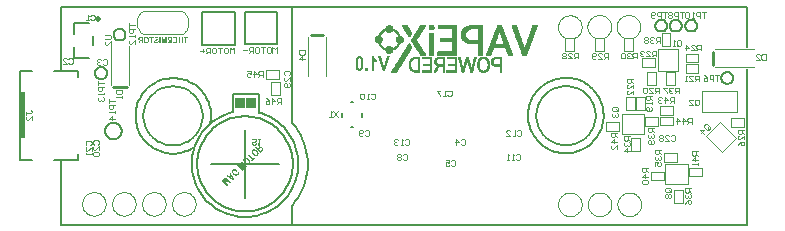
<source format=gbo>
%FSTAX23Y23*%
%MOIN*%
%SFA1B1*%

%IPPOS*%
%ADD10C,0.006000*%
%ADD46C,0.005900*%
%ADD51C,0.010000*%
%ADD97C,0.009800*%
%ADD98C,0.003900*%
%ADD99C,0.001000*%
%ADD194C,0.006000*%
%ADD195R,0.032300X0.037800*%
%ADD196R,0.019700X0.157500*%
%LNvapeix_mini_pcb-1*%
%LPD*%
G36*
X03127Y03562D02*
X03128Y03562D01*
X03129Y03562*
X0313Y03561*
X03132Y0356*
X03133Y03559*
X03134Y03558*
X03135Y03558*
X03135Y03557*
X03135Y03557*
X03136Y03557*
X03136Y03557*
Y03556*
X03136Y03555*
X03137Y03554*
X03137Y03553*
X03138Y03551*
X03138Y03548*
X03139Y03545*
X03139Y03543*
X03139Y03542*
X03139Y0354*
Y03539*
X03139Y03538*
Y03538*
Y03537*
Y03537*
Y03537*
X03139Y03534*
Y03532*
X03139Y0353*
X03139Y03528*
X03139Y03526*
X03138Y03525*
X03138Y03523*
X03138Y03522*
X03137Y03521*
X03137Y0352*
X03137Y03519*
X03136Y03518*
X03136Y03518*
X03136Y03518*
X03136Y03517*
X03136Y03517*
X03135Y03516*
X03134Y03516*
X03134Y03515*
X03133Y03514*
X03132Y03514*
X03131Y03513*
X0313Y03513*
X0313Y03513*
X03128Y03512*
X03128Y03512*
X03127Y03512*
X03127*
X03127Y03512*
X03126*
X03125Y03512*
X03124Y03512*
X03123Y03512*
X03122Y03513*
X03121Y03514*
X03119Y03515*
X03118Y03516*
X03118Y03516*
X03117Y03517*
X03117Y03517*
X03117Y03517*
X03117Y03517*
X03117Y03517*
X03116Y03519*
X03116Y0352*
X03115Y03521*
X03115Y03523*
X03114Y03526*
X03114Y03529*
X03113Y03531*
X03113Y03532*
X03113Y03534*
Y03535*
Y03536*
Y03536*
Y03537*
Y03537*
Y03537*
Y0354*
X03113Y03542*
X03113Y03544*
X03114Y03546*
X03114Y03548*
X03114Y03549*
X03115Y03551*
X03115Y03552*
X03115Y03553*
X03116Y03554*
X03116Y03555*
X03116Y03555*
X03116Y03556*
X03117Y03556*
Y03556*
X03117*
X03117Y03558*
X03118Y03558*
X03119Y03559*
X0312Y0356*
X03121Y0356*
X03121Y03561*
X03122Y03561*
X03123Y03561*
X03124Y03562*
X03125Y03562*
X03125Y03562*
X03126Y03562*
X03126*
X03127Y03562*
G37*
G36*
X02793Y03265D02*
X02793Y03265D01*
X02793Y03264*
X02794Y03264*
X02794Y03263*
X02794Y03263*
X02794Y03263*
X02794Y03262*
X02794Y03262*
X02794Y03261*
Y03261*
X02794Y0326*
Y0326*
Y03259*
Y03259*
X02794Y03259*
Y03258*
Y03258*
Y03258*
X02795Y03258*
X02796Y03259*
X02797Y03259*
X02797Y03259*
X02798*
X02798Y03259*
X02798Y03259*
X02799Y03259*
Y03259*
X02799Y03259*
X028Y03259*
X02801Y03258*
X02802Y03258*
X02802Y03258*
X02802Y03257*
X02802Y03257*
X02803Y03257*
X02803Y03257*
X02803*
X02803Y03256*
X02804Y03256*
X02804Y03255*
X02805Y03255*
X02805Y03254*
X02805Y03254*
X02805Y03254*
Y03253*
X02805Y03253*
Y03252*
X02805Y03252*
X02805Y03251*
Y03251*
X02805Y0325*
X02805Y0325*
X02805Y0325*
X02805Y0325*
X02804Y03249*
X02804Y03248*
X02803Y03248*
X02803Y03247*
X02803Y03247*
X02802Y03247*
X02802Y03247*
X02802Y03247*
X02802Y03246*
X02796Y0324*
X02779Y03258*
X02782Y03261*
X02789Y03253*
X02789Y03254*
X0279Y03254*
X0279Y03255*
X0279Y03255*
X0279Y03255*
X0279Y03255*
X02791Y03255*
Y03256*
X02791Y03256*
X02791Y03256*
Y03257*
Y03257*
Y03257*
Y03257*
Y03257*
X02791Y03257*
Y03258*
Y03258*
X02791Y03258*
X0279Y03259*
X0279Y0326*
X0279Y0326*
Y0326*
X0279Y03261*
Y03261*
X0279Y03261*
Y03261*
Y03261*
X02788Y03267*
X02791Y03271*
X02793Y03265*
G37*
G36*
X02776Y03252D02*
D01*
X02777Y03251*
X02778Y03251*
X02779Y03251*
X02779Y03251*
X0278Y0325*
X02781Y0325*
X02782Y03249*
X02782Y03249*
X02783Y03249*
X02783Y03248*
X02784Y03248*
X02784Y03247*
X02785Y03247*
X02785Y03247*
X02785Y03247*
Y03247*
X02786Y03246*
X02787Y03245*
X02787Y03244*
X02788Y03244*
X02788Y03243*
X02788Y03242*
X02789Y03242*
X02789Y03241*
X02789Y0324*
X02789Y0324*
X0279Y03239*
X0279Y03239*
X0279Y03239*
Y03238*
Y03238*
Y03238*
X0279Y03237*
X0279Y03237*
X0279Y03236*
X0279Y03235*
X02789Y03235*
X02789Y03234*
X02789Y03233*
X02789Y03233*
X02788Y03232*
X02788Y03232*
X02788Y03232*
X02788Y03231*
X02787Y03231*
X02787Y03231*
X02787Y03231*
X02786Y0323*
X02786Y0323*
X02785Y03229*
X02784Y03229*
X02784Y03229*
X02783Y03229*
X02783Y03228*
X02783Y03228*
X02783Y03228*
X02783*
X02783*
X02782Y03228*
X02781Y03228*
X0278Y03228*
X02779Y03228*
X02778Y03228*
X02778Y03229*
X02778Y03229*
X02777Y03229*
X02777*
X02777*
Y03229*
X02777Y03229*
X02776Y03229*
X02775Y0323*
X02774Y03231*
X02773Y03231*
X02773Y03232*
X02772Y03232*
X02772Y03232*
X02772Y03233*
X02771Y03233*
X02771Y03233*
X02771Y03233*
X02771*
X0277Y03234*
X0277Y03235*
X02769Y03235*
X02769Y03236*
X02768Y03237*
X02768Y03238*
X02767Y03238*
X02767Y03239*
X02767Y0324*
X02767Y0324*
X02767Y03241*
X02767Y03241*
X02766Y03241*
Y03242*
Y03242*
X02766Y03243*
X02766Y03243*
X02767Y03244*
X02767Y03245*
X02767Y03245*
X02767Y03246*
X02767Y03246*
X02768Y03247*
X02768Y03247*
X02768Y03248*
X02768Y03248*
X02769Y03248*
X02769Y03248*
X02769Y03249*
X02769Y03249*
Y03249*
X0277Y03249*
X0277Y0325*
X02771Y0325*
X02772Y03251*
X02772Y03251*
X02773Y03251*
X02773Y03251*
X02774Y03251*
X02774Y03251*
X02775*
X02775*
X02776Y03252*
X02776*
X02776*
X02776*
G37*
G36*
X03173Y03561D02*
X03174Y03559D01*
X03175Y03558*
X03176Y03557*
X03177Y03556*
X03177Y03555*
X03178Y03555*
X03178Y03554*
X03178Y03554*
X03179Y03553*
X0318Y03552*
X03181Y03551*
X03182Y03551*
X03183Y0355*
X03184Y0355*
X03184Y0355*
X03184Y0355*
X03184*
Y03541*
X03182Y03542*
X0318Y03543*
X03179Y03544*
X03177Y03546*
X03177Y03546*
X03176Y03547*
X03176Y03547*
X03175Y03548*
X03175Y03548*
X03175Y03548*
X03174Y03548*
X03174Y03548*
Y03513*
X03167*
Y03562*
X03173*
X03173Y03561*
G37*
G36*
X03212Y03513D02*
X03203D01*
X03189Y03562*
X03198*
X03208Y03525*
X03218Y03562*
X03227*
X03212Y03513*
G37*
G36*
X03153D02*
X03146D01*
Y03522*
X03153*
Y03513*
G37*
G36*
X0272Y0318D02*
X02714Y03174D01*
X02711Y03177*
X02714Y0318*
X02712Y03183*
X02711*
X02711Y03182*
X0271Y03182*
X0271Y03182*
X0271Y03182*
X02709Y03182*
X02709*
X02709*
X02709Y03182*
X02708Y03182*
X02708Y03181*
X02708Y03181*
X02707Y03181*
X02707Y03181*
X02707Y03181*
X02707Y0318*
X02706Y0318*
X02706Y03179*
X02706Y03179*
X02706Y03178*
Y03177*
Y03177*
Y03176*
Y03176*
X02706Y03176*
X02706Y03175*
X02706Y03174*
X02707Y03173*
X02707Y03172*
X02708Y03172*
X02708Y03172*
X02708Y03171*
X02709Y03171*
X02709Y03171*
X02709Y03171*
X02709Y0317*
X0271Y0317*
X0271Y03169*
X02711Y03169*
X02711Y03169*
X02712Y03168*
X02712Y03168*
X02713Y03168*
X02713Y03168*
X02713Y03168*
X02714Y03167*
X02714Y03167*
X02714Y03167*
X02714*
X02714*
X02715*
X02715Y03167*
X02716*
X02716Y03167*
X02716Y03167*
X02717Y03168*
X02718Y03168*
X02718Y03168*
X02718Y03168*
X02719Y03168*
X02719Y03169*
X02719Y03169*
Y03169*
X02719*
X02719Y03169*
X0272Y0317*
X0272Y0317*
X0272Y03171*
X0272Y03171*
Y03171*
X0272Y03171*
Y03172*
Y03172*
X0272Y03173*
X0272Y03173*
X0272Y03174*
X0272Y03174*
X0272Y03174*
X02719Y03175*
Y03175*
X02723Y03177*
X02723Y03176*
X02724Y03176*
X02724Y03175*
X02724Y03175*
X02724Y03174*
X02724Y03174*
X02725Y03173*
X02725Y03173*
Y03173*
X02725Y03172*
Y03172*
Y03172*
Y03171*
Y03171*
Y03171*
Y03171*
X02725Y0317*
X02724Y0317*
X02724Y03169*
X02724Y03168*
X02723Y03167*
X02723Y03167*
X02723Y03167*
X02723Y03166*
X02722Y03166*
X02722Y03166*
X02722Y03166*
Y03166*
X02722*
X02721Y03165*
X0272Y03164*
X0272Y03164*
X02719Y03164*
X02719Y03163*
X02718Y03163*
X02718Y03163*
X02718*
X02718Y03163*
X02717*
X02717*
Y03163*
X02716Y03163*
X02715*
X02714Y03163*
X02714Y03163*
X02713Y03163*
X02713*
X02712Y03163*
X02712Y03164*
X02712*
X02712Y03164*
X02712*
X02711Y03164*
X0271Y03165*
X02709Y03165*
X02708Y03166*
X02707Y03166*
X02707Y03167*
X02707Y03167*
X02706Y03167*
X02706Y03167*
X02706Y03167*
X02706Y03168*
Y03168*
X02705Y03169*
X02704Y0317*
X02704Y0317*
X02703Y03171*
X02703Y03171*
X02703Y03172*
X02703Y03172*
X02703Y03172*
X02702Y03173*
X02702Y03173*
Y03173*
X02702Y03173*
Y03173*
X02702Y03173*
X02702Y03175*
X02701Y03176*
X02701Y03177*
Y03177*
Y03178*
X02701Y03179*
Y03179*
Y03179*
Y03179*
X02702Y0318*
X02702Y03181*
X02703Y03182*
X02703Y03182*
X02703Y03183*
X02703Y03183*
X02704Y03183*
X02704Y03183*
X02704Y03184*
X02704Y03184*
X02704Y03184*
X02705Y03184*
X02706Y03185*
X02706Y03185*
X02707Y03186*
X02708Y03186*
X02708Y03186*
X02708Y03186*
X02708Y03186*
X02708*
X02708*
Y03187*
X02709Y03187*
X0271Y03187*
X02711Y03187*
X02712Y03187*
X02712*
X02713*
X0272Y0318*
G37*
G36*
X02708Y03152D02*
X02705Y03149D01*
X02682Y03161*
X02685Y03164*
X0269Y03161*
X02696Y03167*
X02693Y03172*
X02696Y03175*
X02708Y03152*
G37*
G36*
X02698Y03142D02*
X02694Y03138D01*
X02679Y03147*
X02688Y03133*
X02684Y03128*
X02667Y03146*
X02669Y03148*
X02683Y03135*
X02672Y03151*
X02675Y03154*
X02692Y03143*
X02678Y03157*
X0268Y0316*
X02698Y03142*
G37*
G36*
X02772Y03222D02*
X02776Y03226D01*
X02779Y03223*
X02767Y03212*
X02764Y03215*
X02769Y03219*
X02754Y03233*
X02757Y03236*
X02772Y03222*
G37*
G36*
X02748Y03224D02*
X02749D01*
X02749Y03224*
X0275Y03223*
X02751Y03223*
X02752Y03223*
X02753Y03223*
X02753Y03222*
X02754Y03222*
X02755Y03221*
X02755Y03221*
X02756Y0322*
X02756Y0322*
X02757Y0322*
X02757Y03219*
X02757Y03219*
X02757Y03219*
Y03219*
X02758Y03218*
X02759Y03217*
X02759Y03217*
X0276Y03216*
X0276Y03215*
X02761Y03214*
X02761Y03214*
X02761Y03213*
X02762Y03213*
X02762Y03212*
X02762Y03212*
X02762Y03211*
X02762Y03211*
Y03211*
Y03211*
Y0321*
X02762Y0321*
X02762Y03209*
X02762Y03208*
X02762Y03208*
X02762Y03207*
X02761Y03206*
X02761Y03206*
X02761Y03205*
X02761Y03205*
X0276Y03204*
X0276Y03204*
X0276Y03204*
X0276Y03203*
X0276Y03203*
X02759Y03203*
X02759Y03202*
X02758Y03202*
X02757Y03201*
X02756Y03201*
X02756Y03201*
X02756Y03201*
X02755Y03201*
X02755Y03201*
X02755Y03201*
X02755*
X02755*
X02754Y032*
X02753*
X02752Y03201*
X02751Y03201*
X0275Y03201*
X0275Y03201*
X0275Y03201*
X0275Y03201*
X0275Y03201*
X02749*
X02749Y03201*
X02748Y03202*
X02747Y03202*
X02746Y03203*
X02745Y03204*
X02745Y03204*
X02745Y03204*
X02744Y03205*
X02744Y03205*
X02744Y03205*
X02744Y03205*
X02743Y03205*
X02743Y03206*
X02742Y03207*
X02741Y03208*
X02741Y03209*
X0274Y03209*
X0274Y0321*
X0274Y03211*
X02739Y03211*
X02739Y03212*
X02739Y03212*
X02739Y03213*
X02739Y03213*
X02739Y03214*
Y03214*
Y03214*
X02739Y03215*
X02739Y03216*
X02739Y03216*
X02739Y03217*
X02739Y03217*
X02739Y03218*
X0274Y03219*
X0274Y03219*
X0274Y0322*
X0274Y0322*
X02741Y0322*
X02741Y03221*
X02741Y03221*
X02741Y03221*
X02741Y03221*
Y03221*
X02742Y03222*
X02743Y03222*
X02743Y03223*
X02744Y03223*
X02744Y03223*
X02745Y03223*
X02746Y03223*
X02746Y03224*
X02747Y03224*
X02747Y03224*
X02747*
X02748*
X02748*
X02748*
X02748*
G37*
G36*
X0275Y03194D02*
X02746Y0319D01*
X02731Y03199*
X0274Y03185*
X02736Y0318*
X02719Y03198*
X02721Y03201*
X02735Y03187*
X02724Y03203*
X02727Y03206*
X02744Y03195*
X0273Y03209*
X02733Y03212*
X0275Y03194*
G37*
G36*
X02416Y03626D02*
X02417Y03626D01*
X02418Y03626*
X02419Y03626*
X02419Y03626*
X02419Y03626*
X02419Y03626*
X0242Y03625*
X0242Y03625*
X0242Y03625*
X0242*
X02421Y03625*
X02421Y03624*
X02422Y03623*
X02422Y03623*
X02423Y03622*
X02423Y03622*
X02423Y03622*
X02423Y03622*
X02423Y03622*
Y03621*
X02423Y03621*
X02423Y0362*
X02424Y03619*
X02424Y03618*
X02424Y03617*
Y03617*
Y03616*
X02424Y03616*
Y03616*
Y03615*
Y03615*
Y03615*
Y03615*
Y03614*
X02424Y03613*
X02424Y03612*
X02424Y03611*
X02424Y0361*
X02423Y0361*
X02423Y03609*
X02423Y03609*
X02423Y03608*
X02422Y03608*
X02422Y03607*
X02422Y03607*
X02422Y03607*
X02422Y03606*
X02422Y03606*
X02421Y03606*
X02421Y03605*
X0242Y03605*
X0242Y03605*
X02419Y03604*
X02419Y03604*
X02418Y03604*
X02418Y03604*
X02417Y03604*
X02417Y03604*
X02416*
X02416Y03604*
X02416*
X02415*
X02415*
X02415*
X02414Y03604*
X02413Y03604*
X02413Y03604*
X02412Y03604*
X02412Y03604*
X02411Y03605*
X02411Y03605*
X0241Y03605*
X0241Y03605*
X0241Y03606*
X0241Y03606*
X02409Y03606*
X02409Y03606*
X02409Y03606*
X02409Y03607*
X02408Y03608*
X02408Y03608*
X02408Y03609*
X02407Y0361*
X02407Y0361*
X02407Y03611*
X02407Y03612*
X02407Y03613*
X02407Y03613*
X02407Y03614*
Y03614*
X02406Y03615*
Y03615*
Y03615*
Y03615*
X02407Y03616*
Y03617*
X02407Y03618*
X02407Y03619*
X02407Y03619*
X02407Y0362*
X02407Y03621*
X02408Y03621*
X02408Y03622*
X02408Y03622*
X02408Y03623*
X02409Y03623*
X02409Y03623*
X02409Y03623*
X02409Y03623*
Y03624*
X02409Y03624*
X0241Y03624*
X0241Y03625*
X02411Y03625*
X02412Y03626*
X02412Y03626*
X02413Y03626*
X02413Y03626*
X02414Y03626*
X02414Y03626*
X02414*
X02415Y03626*
X02415*
X02415*
X02415*
X02416*
G37*
G36*
X02519Y03604D02*
X02506D01*
Y03608*
X02516*
Y03614*
X02507*
Y03617*
X02516*
Y03622*
X02506*
Y03626*
X02519*
Y03604*
G37*
G36*
X02502D02*
X02499D01*
Y03613*
X02498*
X02497Y03613*
X02497*
X02497Y03613*
X02496*
X02496Y03613*
X02496*
X02496Y03613*
X02496Y03613*
X02495Y03612*
X02495Y03612*
X02495Y03612*
X02495Y03612*
X02495Y03612*
X02495Y03612*
X02495Y03612*
X02495Y03611*
X02494Y03611*
X02494Y0361*
X02494Y0361*
X02494Y03609*
X02493Y03609*
X02493Y03609*
Y03609*
X02493Y03609*
Y03609*
X02491Y03604*
X02486*
X02488Y03608*
X02489Y03609*
X02489Y03609*
X02489Y0361*
X02489Y0361*
X02489Y0361*
X0249Y03611*
X0249Y03611*
X0249Y03611*
X0249Y03612*
X0249Y03612*
X0249*
X02491Y03612*
X02491Y03613*
X02491Y03613*
X02492Y03613*
X02492Y03613*
X02492Y03614*
X02492Y03614*
X02492*
X02492Y03614*
X02491Y03614*
X0249Y03615*
X0249Y03615*
X02489Y03615*
X02489Y03615*
X02489Y03616*
Y03616*
X02488Y03616*
X02488Y03617*
X02488Y03618*
X02488Y03618*
X02488Y03619*
X02488Y03619*
Y03619*
Y0362*
Y0362*
Y0362*
Y03621*
X02488Y03621*
X02488Y03622*
X02488Y03622*
X02488Y03623*
X02488Y03623*
X02488Y03623*
Y03623*
X02489Y03624*
X02489Y03624*
X02489Y03625*
X0249Y03625*
X0249Y03625*
X0249Y03625*
X0249*
X0249Y03626*
X02491Y03626*
X02491Y03626*
X02492Y03626*
X02492Y03626*
X02493Y03626*
X02494Y03626*
X02494*
X02494*
X02502*
Y03604*
G37*
G36*
X02555Y03622D02*
X02549D01*
Y03604*
X02545*
Y03622*
X0254*
Y03626*
X02555*
Y03622*
G37*
G36*
X02538Y03604D02*
X02534D01*
Y03614*
X02527*
Y03604*
X02523*
Y03626*
X02527*
Y03617*
X02534*
Y03626*
X02538*
Y03604*
G37*
G36*
X02484D02*
X02481D01*
Y03621*
X02477Y03604*
X02474*
X0247Y03621*
Y03604*
X02467*
Y03626*
X02472*
X02475Y03611*
X02479Y03626*
X02484*
Y03604*
G37*
G36*
X0244Y03622D02*
X02435D01*
Y03604*
X02431*
Y03622*
X02426*
Y03626*
X0244*
Y03622*
G37*
G36*
X02404Y03604D02*
X024D01*
Y03613*
X02399*
X02398Y03613*
X02398*
X02398Y03613*
X02398*
X02397Y03613*
X02397*
X02397Y03613*
X02397Y03613*
X02397Y03612*
X02396Y03612*
X02396Y03612*
Y03612*
X02396*
X02396Y03612*
X02396Y03612*
X02396Y03612*
X02396Y03611*
X02395Y03611*
X02395Y0361*
X02395Y0361*
X02395Y03609*
X02395Y03609*
X02394Y03609*
X02394Y03609*
Y03609*
Y03609*
X02392Y03604*
X02387*
X0239Y03608*
X0239Y03609*
X0239Y03609*
X0239Y0361*
X0239Y0361*
X02391Y0361*
X02391Y03611*
X02391Y03611*
X02391Y03611*
X02391Y03612*
X02392Y03612*
X02392*
X02392Y03612*
X02392Y03613*
X02393Y03613*
X02393Y03613*
X02393Y03613*
X02393Y03614*
X02393Y03614*
X02394*
X02393Y03614*
X02392Y03614*
X02391Y03615*
X02391Y03615*
X02391Y03615*
X0239Y03615*
X0239Y03616*
X0239*
Y03616*
X0239Y03616*
X02389Y03617*
X02389Y03618*
X02389Y03618*
X02389Y03619*
Y03619*
Y03619*
Y0362*
Y0362*
Y0362*
Y03621*
X02389Y03621*
X02389Y03622*
X02389Y03622*
X02389Y03623*
X02389Y03623*
X0239Y03623*
Y03623*
X0239Y03624*
X0239Y03624*
X02391Y03625*
X02391Y03625*
X02391Y03625*
X02391Y03625*
X02392*
X02392Y03626*
X02392Y03626*
X02392Y03626*
X02393Y03626*
X02394Y03626*
X02394Y03626*
X02395Y03626*
X02395*
X02395*
X02404*
Y03604*
G37*
G36*
X0245Y03626D02*
X02451Y03626D01*
X02452Y03626*
X02452Y03626*
X02452Y03626*
X02453Y03626*
X02453Y03626*
X02454Y03625*
X02454Y03625*
X02454Y03625*
X02455Y03624*
X02455Y03624*
X02455Y03624*
X02455Y03624*
X02455Y03624*
X02456Y03623*
X02456Y03622*
X02456Y03622*
X02456Y03621*
X02456Y03621*
Y03621*
Y0362*
Y0362*
Y0362*
Y0362*
X02456Y03619*
X02456Y03619*
X02456Y03618*
X02456Y03618*
X02456Y03618*
X02456Y03617*
Y03617*
X02455Y03617*
X02455Y03616*
X02455Y03616*
X02454Y03616*
X02454Y03616*
X02454Y03615*
X02454Y03615*
X02454*
X02453Y03615*
X02453Y03615*
X02452Y03614*
X02452Y03614*
X02451Y03614*
X02451Y03614*
X02451*
X02451Y03614*
X0245*
X0245Y03614*
X0245Y03614*
X02449Y03613*
X02449Y03613*
X02449Y03613*
X02448Y03613*
X02448Y03613*
X02448Y03613*
X02448*
X02447Y03613*
X02447Y03613*
X02447*
X02447Y03612*
X02447Y03612*
X02446Y03612*
X02446Y03612*
X02446Y03612*
X02446*
Y03612*
X02446Y03611*
X02446Y03611*
X02446Y03611*
Y03611*
X02446Y03611*
Y0361*
Y0361*
X02446Y0361*
X02446Y0361*
X02446Y03609*
X02446Y03609*
X02446Y03609*
X02447Y03608*
X02447Y03608*
X02447Y03608*
X02447Y03608*
X02448Y03608*
X02448Y03607*
X02449*
X02449Y03607*
X02449*
X0245Y03607*
X0245Y03608*
X02451Y03608*
X02451Y03608*
X02452Y03608*
X02452Y03609*
X02452Y03609*
X02453Y0361*
X02453Y0361*
X02453Y0361*
X02453Y03611*
X02453Y03611*
Y03611*
Y03611*
X02453Y03612*
X02457Y03611*
X02457Y03611*
X02457Y0361*
X02456Y03609*
X02456Y03609*
X02456Y03608*
X02456Y03608*
X02456Y03607*
X02455Y03607*
X02455Y03606*
X02455Y03606*
X02454Y03605*
X02453Y03605*
X02453Y03605*
X02452Y03604*
X02452Y03604*
X02451Y03604*
X0245Y03604*
X0245Y03604*
X0245*
X02449*
X02449*
X02448Y03604*
X02447*
X02447Y03604*
X02446Y03604*
X02446Y03604*
X02446Y03604*
X02445Y03605*
X02445Y03605*
X02445Y03605*
X02444Y03605*
X02444Y03605*
X02444Y03605*
X02444Y03605*
X02444Y03606*
X02443Y03606*
X02443Y03606*
X02443Y03607*
X02443Y03607*
X02442Y03608*
X02442Y03609*
X02442Y03609*
Y03609*
X02442Y0361*
Y0361*
Y0361*
Y0361*
Y0361*
Y03611*
X02442Y03612*
X02442Y03612*
X02442Y03613*
X02442Y03613*
X02443Y03614*
X02443Y03614*
Y03614*
X02443Y03614*
X02443Y03615*
X02444Y03615*
X02444Y03615*
X02444Y03616*
X02444Y03616*
X02445Y03616*
X02445Y03616*
X02445Y03616*
X02446Y03617*
X02446Y03617*
X02447Y03617*
X02448Y03617*
X02448Y03618*
X02448Y03618*
X02448Y03618*
X02448*
X02449*
X02449Y03618*
X02449Y03618*
X0245Y03618*
X0245Y03618*
X02451Y03618*
X02451Y03619*
X02451Y03619*
X02451Y03619*
X02452Y03619*
X02452Y03619*
X02452Y03619*
X02452*
X02452Y03619*
X02452Y0362*
X02452Y0362*
X02453Y0362*
X02453Y0362*
Y0362*
Y03621*
Y03621*
Y03621*
X02453Y03621*
X02452Y03622*
X02452Y03622*
X02452Y03622*
X02452Y03622*
X02452Y03622*
X02452Y03622*
X02451Y03623*
X02451Y03623*
X0245Y03623*
X0245*
X0245*
X0245*
X02449*
X02449Y03623*
X02448Y03623*
X02448Y03622*
X02448Y03622*
X02447Y03622*
X02447*
Y03622*
X02447Y03622*
X02447Y03621*
X02447Y03621*
X02446Y03621*
X02446Y0362*
X02446Y0362*
Y0362*
X02446Y0362*
Y0362*
X02443Y0362*
Y0362*
X02443Y03621*
X02443Y03621*
X02443Y03622*
X02443Y03622*
X02443Y03623*
X02443Y03623*
X02444Y03623*
X02444Y03624*
X02444Y03624*
X02444Y03624*
X02444Y03624*
X02444Y03625*
X02444Y03625*
X02444*
Y03625*
X02445Y03625*
X02445Y03625*
X02446Y03626*
X02446Y03626*
X02447Y03626*
X02448Y03626*
X02448Y03626*
X02448*
X02449Y03626*
X02449*
X02449*
X02449*
X0245*
G37*
G36*
X02463Y03604D02*
X02459D01*
Y03626*
X02463*
Y03604*
G37*
%LNvapeix_mini_pcb-2*%
%LPC*%
G36*
X03126Y03554D02*
X03126D01*
X03125Y03554*
X03125Y03554*
X03124Y03553*
X03124Y03553*
X03123Y03552*
X03123Y03552*
X03123Y03551*
X03123Y03551*
X03122Y03551*
X03122Y0355*
X03122Y03549*
X03122Y03548*
X03122Y03547*
X03122Y03545*
X03121Y03543*
Y03542*
X03121Y03541*
Y0354*
X03121Y03539*
Y03538*
Y03537*
Y03537*
Y03537*
Y03535*
X03121Y03533*
X03121Y03531*
X03122Y0353*
Y03529*
X03122Y03528*
X03122Y03527*
X03122Y03526*
X03122Y03525*
X03122Y03524*
X03122Y03524*
X03122Y03523*
X03123Y03523*
Y03523*
X03123*
Y03523*
X03123Y03522*
X03124Y03521*
X03124Y0352*
X03125Y0352*
X03125Y0352*
X03126*
X03126Y0352*
X03126*
X03127Y0352*
X03128Y0352*
X03128Y03521*
X03129Y03521*
X03129Y03522*
X0313Y03522*
X0313Y03523*
Y03523*
X0313Y03523*
X0313Y03524*
X0313Y03525*
X03131Y03526*
X03131Y03527*
X03131Y03529*
X03131Y03531*
Y03532*
X03131Y03533*
Y03534*
Y03535*
Y03536*
Y03536*
Y03537*
Y03537*
Y03539*
Y03541*
X03131Y03542*
X03131Y03544*
Y03545*
X03131Y03546*
X03131Y03547*
X03131Y03548*
X0313Y03549*
Y0355*
X0313Y0355*
Y03551*
X0313Y03551*
X0313Y03551*
X0313Y03551*
X03129Y03552*
X03129Y03553*
X03128Y03554*
X03128Y03554*
X03127Y03554*
X03127Y03554*
X03126Y03554*
G37*
G36*
X02798Y03255D02*
X02797D01*
X02797*
X02797Y03255*
X02797*
X02796Y03255*
X02796*
X02796Y03255*
X02796Y03255*
X02796Y03254*
X02795Y03254*
X02795Y03254*
X02794Y03253*
X02794Y03253*
X02794Y03253*
X02794Y03253*
X02794Y03253*
X02794*
Y03253*
X02792Y03251*
X02796Y03246*
X02798Y03248*
X02799Y03249*
X02799Y03249*
X02799Y03249*
X02799Y0325*
X028Y0325*
X028Y0325*
X028Y0325*
X028Y0325*
X028Y03251*
X028Y03251*
Y03251*
X028*
X02801Y03251*
X02801Y03251*
Y03252*
Y03252*
Y03252*
Y03252*
Y03252*
X02801Y03253*
X028Y03253*
X028Y03254*
X028Y03254*
X028Y03254*
X028Y03254*
X02799Y03254*
X02799Y03255*
X02799Y03255*
X02798Y03255*
X02798Y03255*
X02798Y03255*
X02798Y03255*
X02798*
X02798*
G37*
G36*
X02776Y03247D02*
X02776D01*
X02775*
X02775Y03247*
X02774Y03247*
X02774Y03247*
X02773Y03247*
X02773Y03246*
X02773Y03246*
X02772Y03246*
X02772Y03246*
X02772Y03246*
X02772*
X02772Y03245*
X02772Y03245*
X02771Y03245*
X02771Y03244*
X02771Y03244*
X02771Y03243*
Y03242*
Y03242*
Y03242*
Y03242*
Y03242*
X02771Y03241*
X02771Y03241*
X02772Y0324*
X02772Y03239*
X02773Y03238*
X02773Y03237*
X02773Y03237*
X02773Y03237*
X02774Y03236*
X02774Y03236*
X02774Y03236*
X02774Y03236*
X02774Y03236*
X02775Y03235*
X02775Y03235*
X02776Y03234*
X02776Y03234*
X02777Y03234*
X02777Y03233*
X02778Y03233*
X02778Y03233*
X02779Y03233*
X02779Y03233*
X02779Y03233*
X02779Y03233*
X0278*
X0278*
X0278*
Y03232*
X0278*
X02781*
X02781*
X02782Y03233*
X02782Y03233*
X02782Y03233*
X02783Y03233*
X02783Y03233*
X02784Y03233*
X02784Y03234*
X02784*
X02784Y03234*
Y03234*
X02784*
X02784Y03234*
X02785Y03235*
X02785Y03235*
X02785Y03235*
X02785Y03236*
X02785Y03237*
X02786Y03237*
Y03238*
Y03238*
X02785Y03238*
X02786Y03238*
X02785*
Y03239*
X02785Y03239*
X02785Y0324*
X02784Y03241*
X02784Y03242*
X02783Y03242*
X02783Y03243*
X02783Y03243*
X02783Y03243*
X02782Y03243*
X02782Y03244*
X02782Y03244*
Y03244*
X02782Y03244*
X02781Y03245*
X0278Y03245*
X0278Y03246*
X02779Y03246*
X02779Y03246*
X02779Y03246*
X02778Y03247*
X02778Y03247*
X02777Y03247*
X02777Y03247*
X02777Y03247*
X02777*
X02777Y03247*
X02776*
X02776*
G37*
G36*
X02698Y03163D02*
X02694Y03159D01*
X02702Y03155*
X02698Y03163*
G37*
G36*
X02748Y0322D02*
X02748D01*
X02747Y03219*
X02747*
X02747Y03219*
X02746Y03219*
X02746Y03219*
X02745Y03219*
X02745Y03218*
X02745Y03218*
X02745Y03218*
X02745Y03218*
X02744*
X02744Y03218*
X02744Y03217*
X02744Y03217*
X02744Y03217*
X02743Y03216*
X02743Y03215*
Y03215*
Y03214*
Y03214*
Y03214*
Y03214*
X02743Y03213*
X02743Y03213*
X02744Y03212*
X02744Y03211*
X02745Y0321*
X02745Y0321*
X02746Y03209*
X02746Y03209*
X02746Y03209*
X02746Y03208*
X02746Y03208*
X02746Y03208*
X02747*
X02747Y03208*
X02748Y03207*
X02748Y03207*
X02749Y03206*
X02749Y03206*
X0275Y03206*
X0275Y03206*
X0275Y03205*
X02751Y03205*
X02751Y03205*
X02751Y03205*
X02752Y03205*
X02752*
X02752*
X02752*
X02752Y03205*
X02753*
X02753*
X02753*
X02754Y03205*
X02754Y03205*
X02755Y03205*
X02755Y03205*
X02756Y03206*
X02756Y03206*
X02756Y03206*
X02756*
X02756Y03206*
X02756Y03206*
X02757Y03207*
X02757Y03207*
X02757Y03207*
X02757Y03208*
X02758Y03208*
X02758Y03209*
X02758Y0321*
Y0321*
Y0321*
X02758Y0321*
X02758Y0321*
X02758*
Y03211*
X02758Y03211*
X02757Y03212*
X02757Y03213*
X02756Y03214*
X02756Y03215*
X02755Y03215*
X02755Y03215*
X02755Y03216*
X02755Y03216*
X02755Y03216*
X02754Y03216*
X02754Y03217*
X02753Y03217*
X02753Y03217*
X02752Y03218*
X02752Y03218*
X02751Y03218*
X02751Y03219*
X0275Y03219*
X0275Y03219*
X0275Y03219*
X02749Y03219*
X02749Y03219*
X02749Y03219*
X02749*
X02749*
X02748Y0322*
G37*
G36*
X02416Y03623D02*
X02415D01*
X02415*
X02415Y03623*
X02414Y03622*
X02414Y03622*
X02413Y03622*
X02413Y03622*
X02412Y03621*
X02412Y03621*
X02412Y03621*
X02412Y03621*
Y03621*
X02411Y0362*
X02411Y0362*
X02411Y03619*
X02411Y03618*
X0241Y03617*
Y03617*
X0241Y03616*
Y03616*
Y03616*
X0241Y03615*
Y03615*
Y03615*
Y03614*
X0241Y03614*
X0241Y03613*
X02411Y03613*
X02411Y03612*
X02411Y03612*
X02411Y03611*
X02411Y03611*
X02411Y0361*
X02411Y0361*
X02411Y0361*
X02412Y0361*
X02412Y0361*
Y03609*
X02412Y03609*
X02412Y03609*
X02412Y03609*
X02413Y03608*
X02413Y03608*
X02413Y03608*
X02413Y03608*
X02414Y03608*
X02415Y03608*
X02415*
X02415Y03607*
X02415*
X02415*
X02416*
X02416Y03608*
X02416Y03608*
X02417Y03608*
X02417Y03608*
X02418Y03608*
X02418Y03609*
X02419Y03609*
X02419Y03609*
X02419Y03609*
Y03609*
X02419Y0361*
X02419Y0361*
X0242Y03611*
X0242Y03612*
X0242Y03613*
X0242Y03613*
Y03614*
Y03614*
Y03614*
X0242Y03615*
Y03615*
Y03615*
X0242Y03616*
Y03616*
Y03617*
X0242Y03618*
X0242Y03618*
X0242Y03619*
X0242Y03619*
X0242Y03619*
X0242Y0362*
X02419Y0362*
X02419Y0362*
X02419Y0362*
X02419Y03621*
Y03621*
X02419Y03621*
X02419Y03621*
X02418Y03621*
X02418Y03622*
X02418Y03622*
X02417Y03622*
X02417Y03622*
X02417Y03622*
X02416Y03623*
X02416*
X02416Y03623*
X02416*
G37*
G36*
X02499Y03622D02*
X02495D01*
X02495*
X02494*
X02494*
X02494*
X02493Y03622*
X02493*
X02493*
X02493Y03622*
X02493*
X02492Y03622*
X02492Y03622*
X02492Y03622*
X02492Y03622*
X02492Y03621*
Y03621*
X02492*
X02492Y03621*
X02492Y03621*
X02491Y0362*
X02491Y0362*
Y0362*
Y0362*
Y03619*
X02491Y03619*
Y03619*
X02492Y03618*
X02492Y03618*
X02492Y03618*
Y03618*
X02492Y03618*
X02492Y03617*
X02492Y03617*
X02492Y03617*
X02493Y03617*
X02493Y03617*
X02493*
X02493*
X02493Y03617*
X02494*
X02494Y03617*
X02495*
X02495*
X02499*
Y03622*
G37*
G36*
X024D02*
X02396D01*
X02396*
X02395*
X02395*
X02395*
X02395Y03622*
X02394*
X02394*
X02394Y03622*
X02394*
X02394*
X02394Y03622*
X02393Y03622*
X02393Y03622*
X02393Y03622*
X02393Y03621*
X02393Y03621*
X02393Y03621*
X02393Y03621*
X02393Y0362*
Y0362*
Y0362*
Y0362*
Y03619*
Y03619*
X02393Y03619*
X02393Y03618*
X02393Y03618*
Y03618*
X02393Y03618*
X02393Y03618*
X02393Y03617*
X02393Y03617*
X02394Y03617*
X02394Y03617*
X02394Y03617*
X02394*
X02394*
X02394Y03617*
X02395*
X02395Y03617*
X02396*
X02396*
X024*
Y03622*
G37*
%LNvapeix_mini_pcb-3*%
%LPD*%
G54D10*
X03136Y0336D02*
Y03373D01*
X03099Y03324D02*
X03104D01*
X03067Y0336D02*
Y03373D01*
X03099Y03409D02*
X03104D01*
X01993Y03216D02*
Y03511D01*
X02187Y03492D02*
Y03511D01*
Y03216D02*
Y03235D01*
G54D46*
X02903Y03067D02*
D01*
X02912Y03078*
X02921Y0309*
X02928Y03103*
X02934Y03116*
X0294Y03129*
X02945Y03143*
X02948Y03157*
X02951Y03172*
X02953Y03186*
X02953Y03201*
X02953Y03215*
X02951Y0323*
X02949Y03244*
X02946Y03258*
X02941Y03272*
X02936Y03286*
X0293Y03299*
X02922Y03312*
X02914Y03324*
X02905Y03335*
X02902Y0334*
X02629Y0334D02*
D01*
X02631Y03348*
X02631Y03357*
X02631Y03366*
X02631Y03375*
X0263Y03383*
X02628Y03392*
X02626Y034*
X02623Y03409*
X02619Y03417*
X02615Y03425*
X02611Y03432*
X02605Y03439*
X026Y03446*
X02594Y03452*
X02587Y03458*
X0258Y03464*
X02573Y03469*
X02566Y03473*
X02558Y03477*
X0255Y03481*
X02541Y03483*
X02533Y03486*
X02524Y03487*
X02515Y03488*
X02507Y03489*
X02498Y03488*
X02489Y03487*
X0248Y03486*
X02472Y03484*
X02463Y03481*
X02455Y03478*
X02447Y03474*
X0244Y0347*
X02432Y03465*
X02425Y0346*
X02419Y03454*
X02413Y03448*
X02407Y03441*
X02402Y03434*
X02397Y03426*
X02393Y03419*
X02389Y03411*
X02386Y03403*
X02384Y03394*
X02382Y03386*
X0238Y03377*
X0238Y03368*
X0238Y03359*
X0238Y0335*
X02381Y03342*
X02383Y03333*
X02385Y03325*
X02388Y03316*
X02392Y03308*
X02396Y033*
X024Y03293*
X02406Y03286*
X02411Y03279*
X02417Y03273*
X02424Y03267*
X02431Y03261*
X02438Y03256*
X02445Y03252*
X02453Y03248*
X02461Y03244*
X0247Y03242*
X02478Y03239*
X02487Y03238*
X02496Y03237*
X02504Y03236*
X02513Y03237*
X02522Y03238*
X02531Y03239*
X02539Y03241*
X02548Y03244*
X02556Y03247*
X02564Y03251*
X02571Y03255*
X02575Y03258*
X03745Y03258D02*
D01*
X03753Y03253*
X03761Y03249*
X03769Y03246*
X03777Y03243*
X03785Y03241*
X03794Y03239*
X03803Y03238*
X03812Y03238*
X0382Y03238*
X03829Y03239*
X03838Y0324*
X03846Y03242*
X03855Y03244*
X03863Y03248*
X03871Y03251*
X03879Y03256*
X03886Y0326*
X03893Y03266*
X039Y03271*
X03906Y03278*
X03912Y03284*
X03917Y03291*
X03922Y03299*
X03926Y03306*
X0393Y03314*
X03933Y03323*
X03936Y03331*
X03938Y0334*
X03939Y03348*
X0394Y03357*
X0394Y03366*
X03939Y03375*
X03938Y03383*
X03937Y03392*
X03934Y034*
X03931Y03409*
X03928Y03417*
X03924Y03425*
X03919Y03432*
X03914Y03439*
X03909Y03446*
X03903Y03453*
X03896Y03459*
X0389Y03464*
X03882Y03469*
X03875Y03474*
X03867Y03478*
X03859Y03481*
X03851Y03484*
X03842Y03486*
X03833Y03488*
X03825Y03489*
X03816Y0349*
X03807Y03489*
X03798Y03489*
X0379Y03487*
X03781Y03485*
X03773Y03483*
X03765Y0348*
X03757Y03476*
X03749Y03472*
X03741Y03467*
X03734Y03462*
X03728Y03456*
X03722Y0345*
X03716Y03443*
X03711Y03436*
X03706Y03428*
X03702Y03421*
X03698Y03413*
X03695Y03405*
X03692Y03396*
X0369Y03388*
X03689Y03379*
X03688Y0337*
X03688Y03361*
X03688Y03353*
X03689Y03344*
X03691Y03335*
X03693Y03327*
X03696Y03318*
X037Y0331*
X03704Y03302*
X03708Y03295*
X03713Y03288*
X03719Y03281*
X03725Y03274*
X03731Y03268*
X03738Y03263*
X03744Y03259*
X02603Y03363D02*
D01*
X02603Y03369*
X02602Y03376*
X02601Y03383*
X02599Y0339*
X02597Y03396*
X02594Y03403*
X02591Y03409*
X02588Y03415*
X02584Y0342*
X0258Y03426*
X02575Y03431*
X0257Y03436*
X02565Y0344*
X0256Y03444*
X02554Y03448*
X02548Y03451*
X02541Y03454*
X02535Y03456*
X02528Y03458*
X02522Y03459*
X02515Y0346*
X02508Y03461*
X02501*
X02494Y0346*
X02487Y03459*
X02481Y03458*
X02474Y03456*
X02468Y03454*
X02461Y03451*
X02455Y03448*
X02449Y03444*
X02444Y0344*
X02439Y03436*
X02434Y03431*
X02429Y03426*
X02425Y0342*
X02421Y03415*
X02418Y03409*
X02415Y03403*
X02412Y03396*
X0241Y0339*
X02408Y03383*
X02407Y03376*
X02406Y03369*
X02406Y03363*
X02406Y03356*
X02407Y03349*
X02408Y03342*
X0241Y03335*
X02412Y03329*
X02415Y03322*
X02418Y03316*
X02421Y0331*
X02425Y03305*
X02429Y03299*
X02434Y03294*
X02439Y03289*
X02444Y03285*
X02449Y03281*
X02455Y03277*
X02461Y03274*
X02468Y03271*
X02474Y03269*
X02481Y03267*
X02487Y03266*
X02494Y03265*
X02501Y03264*
X02508*
X02515Y03265*
X02522Y03266*
X02528Y03267*
X02535Y03269*
X02541Y03271*
X02548Y03274*
X02554Y03277*
X0256Y03281*
X02565Y03285*
X0257Y03289*
X02575Y03294*
X0258Y03299*
X02584Y03305*
X02588Y0331*
X02591Y03316*
X02594Y03322*
X02597Y03329*
X02599Y03335*
X02601Y03342*
X02602Y03349*
X02603Y03356*
X02603Y03363*
X02903Y03203D02*
D01*
X02903Y03214*
X02902Y03225*
X029Y03236*
X02897Y03246*
X02894Y03257*
X0289Y03267*
X02885Y03277*
X02879Y03287*
X02873Y03296*
X02866Y03305*
X02859Y03313*
X02851Y03321*
X02842Y03328*
X02833Y03334*
X02824Y0334*
X02814Y03345*
X02804Y0335*
X02794Y03354*
X02783Y03357*
X02772Y03359*
X02761Y0336*
X0275Y03361*
X02739*
X02728Y0336*
X02717Y03359*
X02706Y03357*
X02695Y03354*
X02685Y0335*
X02675Y03345*
X02665Y0334*
X02656Y03334*
X02647Y03328*
X02638Y03321*
X0263Y03313*
X02623Y03305*
X02616Y03296*
X0261Y03287*
X02604Y03277*
X02599Y03267*
X02595Y03257*
X02592Y03246*
X02589Y03236*
X02587Y03225*
X02586Y03214*
X02586Y03203*
X02586Y03191*
X02587Y0318*
X02589Y03169*
X02592Y03159*
X02595Y03148*
X02599Y03138*
X02604Y03128*
X0261Y03118*
X02616Y03109*
X02623Y031*
X0263Y03092*
X02638Y03084*
X02647Y03077*
X02656Y03071*
X02665Y03065*
X02675Y0306*
X02685Y03055*
X02695Y03051*
X02706Y03048*
X02717Y03046*
X02728Y03045*
X02739Y03044*
X0275*
X02761Y03045*
X02772Y03046*
X02783Y03048*
X02794Y03051*
X02804Y03055*
X02814Y0306*
X02824Y03065*
X02833Y03071*
X02842Y03077*
X02851Y03084*
X02859Y03092*
X02866Y031*
X02873Y03109*
X02879Y03118*
X02885Y03128*
X0289Y03138*
X02894Y03148*
X02897Y03159*
X029Y03169*
X02902Y0318*
X02903Y03191*
X02903Y03203*
X02703Y03375D02*
D01*
X02691Y03371*
X02679Y03367*
X02668Y03362*
X02657Y03357*
X02646Y0335*
X02636Y03343*
X02627Y03335*
X02618Y03326*
X02609Y03317*
X02602Y03308*
X02595Y03297*
X02589Y03287*
X02583Y03276*
X02578Y03264*
X02574Y03252*
X02571Y0324*
X02569Y03228*
X02568Y03216*
X02567Y03204*
X02568Y03191*
X02569Y03179*
X02571Y03167*
X02574Y03155*
X02578Y03143*
X02582Y03131*
X02588Y0312*
X02594Y0311*
X026Y03099*
X02608Y03089*
X02616Y0308*
X02625Y03072*
X02635Y03064*
X02645Y03056*
X02655Y0305*
X02666Y03044*
X02677Y03039*
X02689Y03034*
X02701Y03031*
X02713Y03028*
X02725Y03026*
X02737Y03025*
X0275Y03025*
X02762Y03026*
X02774Y03028*
X02786Y0303*
X02798Y03034*
X0281Y03038*
X02821Y03043*
X02832Y03048*
X02843Y03055*
X02853Y03062*
X02862Y0307*
X02871Y03079*
X0288Y03088*
X02887Y03097*
X02894Y03108*
X029Y03118*
X02906Y03129*
X02911Y03141*
X02915Y03153*
X02918Y03165*
X0292Y03177*
X02921Y03189*
X02922Y03201*
X02921Y03214*
X0292Y03226*
X02918Y03238*
X02915Y0325*
X02911Y03262*
X02907Y03274*
X02901Y03285*
X02895Y03295*
X02889Y03306*
X02881Y03316*
X02873Y03325*
X02864Y03333*
X02854Y03341*
X02844Y03349*
X02834Y03355*
X02823Y03361*
X02812Y03366*
X028Y03371*
X02792Y03373*
X02346Y03634D02*
D01*
X02346Y03635*
X02346Y03636*
X02346Y03638*
X02345Y03639*
X02345Y0364*
X02344Y03642*
X02344Y03643*
X02343Y03644*
X02342Y03645*
X02342Y03646*
X02341Y03647*
X0234Y03648*
X02339Y03649*
X02338Y0365*
X02336Y03651*
X02335Y03651*
X02334Y03652*
X02333Y03652*
X02331Y03653*
X0233Y03653*
X02329Y03653*
X02327Y03653*
X02326*
X02324Y03653*
X02323Y03653*
X02322Y03653*
X0232Y03652*
X02319Y03652*
X02318Y03651*
X02317Y03651*
X02315Y0365*
X02314Y03649*
X02313Y03648*
X02312Y03647*
X02311Y03646*
X02311Y03645*
X0231Y03644*
X02309Y03643*
X02309Y03642*
X02308Y0364*
X02308Y03639*
X02307Y03638*
X02307Y03636*
X02307Y03635*
X02307Y03634*
X02307Y03632*
X02307Y03631*
X02307Y03629*
X02308Y03628*
X02308Y03627*
X02309Y03625*
X02309Y03624*
X0231Y03623*
X02311Y03622*
X02311Y03621*
X02312Y0362*
X02313Y03619*
X02314Y03618*
X02315Y03617*
X02317Y03616*
X02318Y03616*
X02319Y03615*
X0232Y03615*
X02322Y03614*
X02323Y03614*
X02324Y03614*
X02326Y03614*
X02327*
X02329Y03614*
X0233Y03614*
X02331Y03614*
X02333Y03615*
X02334Y03615*
X02335Y03616*
X02336Y03616*
X02338Y03617*
X02339Y03618*
X0234Y03619*
X02341Y0362*
X02342Y03621*
X02342Y03622*
X02343Y03623*
X02344Y03624*
X02344Y03625*
X02345Y03627*
X02345Y03628*
X02346Y03629*
X02346Y03631*
X02346Y03632*
X02346Y03634*
X02284Y03506D02*
D01*
X02284Y03507*
X02284Y03508*
X02284Y0351*
X02283Y03511*
X02283Y03512*
X02282Y03514*
X02282Y03515*
X02281Y03516*
X0228Y03517*
X0228Y03518*
X02279Y03519*
X02278Y0352*
X02277Y03521*
X02276Y03522*
X02274Y03523*
X02273Y03523*
X02272Y03524*
X02271Y03524*
X02269Y03525*
X02268Y03525*
X02267Y03525*
X02265Y03525*
X02264*
X02262Y03525*
X02261Y03525*
X0226Y03525*
X02258Y03524*
X02257Y03524*
X02256Y03523*
X02255Y03523*
X02253Y03522*
X02252Y03521*
X02251Y0352*
X0225Y03519*
X02249Y03518*
X02249Y03517*
X02248Y03516*
X02247Y03515*
X02247Y03514*
X02246Y03512*
X02246Y03511*
X02245Y0351*
X02245Y03508*
X02245Y03507*
X02245Y03506*
X02245Y03504*
X02245Y03503*
X02245Y03501*
X02246Y035*
X02246Y03499*
X02247Y03497*
X02247Y03496*
X02248Y03495*
X02249Y03494*
X02249Y03493*
X0225Y03492*
X02251Y03491*
X02252Y0349*
X02253Y03489*
X02255Y03488*
X02256Y03488*
X02257Y03487*
X02258Y03487*
X0226Y03486*
X02261Y03486*
X02262Y03486*
X02264Y03486*
X02265*
X02267Y03486*
X02268Y03486*
X02269Y03486*
X02271Y03487*
X02272Y03487*
X02273Y03488*
X02274Y03488*
X02276Y03489*
X02277Y0349*
X02278Y03491*
X02279Y03492*
X0228Y03493*
X0228Y03494*
X02281Y03495*
X02282Y03496*
X02282Y03497*
X02283Y03499*
X02283Y035*
X02284Y03501*
X02284Y03503*
X02284Y03504*
X02284Y03506*
X02333Y03313D02*
D01*
X02333Y03315*
X02333Y03317*
X02332Y03318*
X02332Y0332*
X02331Y03322*
X02331Y03324*
X0233Y03326*
X02329Y03327*
X02328Y03329*
X02327Y0333*
X02325Y03332*
X02324Y03333*
X02322Y03334*
X02321Y03336*
X02319Y03337*
X02318Y03338*
X02316Y03338*
X02314Y03339*
X02312Y03339*
X0231Y0334*
X02308Y0334*
X02306Y0334*
X02305*
X02303Y0334*
X02301Y0334*
X02299Y03339*
X02297Y03339*
X02295Y03338*
X02293Y03338*
X02292Y03337*
X0229Y03336*
X02289Y03334*
X02287Y03333*
X02286Y03332*
X02284Y0333*
X02283Y03329*
X02282Y03327*
X02281Y03326*
X0228Y03324*
X0228Y03322*
X02279Y0332*
X02279Y03318*
X02278Y03317*
X02278Y03315*
X02278Y03313*
X02278Y03311*
X02278Y03309*
X02279Y03307*
X02279Y03305*
X0228Y03303*
X0228Y03301*
X02281Y033*
X02282Y03298*
X02283Y03296*
X02284Y03295*
X02286Y03294*
X02287Y03292*
X02289Y03291*
X0229Y0329*
X02292Y03289*
X02293Y03288*
X02295Y03287*
X02297Y03286*
X02299Y03286*
X02301Y03286*
X02303Y03285*
X02305Y03285*
X02306*
X02308Y03285*
X0231Y03286*
X02312Y03286*
X02314Y03286*
X02316Y03287*
X02318Y03288*
X02319Y03289*
X02321Y0329*
X02322Y03291*
X02324Y03292*
X02325Y03294*
X02327Y03295*
X02328Y03296*
X02329Y03298*
X0233Y033*
X02331Y03301*
X02331Y03303*
X02332Y03305*
X02332Y03307*
X02333Y03309*
X02333Y03311*
X02333Y03313*
X04371Y0349D02*
D01*
X04371Y03491*
X04371Y03492*
X04371Y03494*
X0437Y03495*
X0437Y03496*
X04369Y03498*
X04369Y03499*
X04368Y035*
X04367Y03501*
X04367Y03502*
X04366Y03503*
X04365Y03504*
X04364Y03505*
X04363Y03506*
X04361Y03507*
X0436Y03507*
X04359Y03508*
X04358Y03508*
X04356Y03509*
X04355Y03509*
X04354Y03509*
X04352Y03509*
X04351*
X04349Y03509*
X04348Y03509*
X04347Y03509*
X04345Y03508*
X04344Y03508*
X04343Y03507*
X04342Y03507*
X0434Y03506*
X04339Y03505*
X04338Y03504*
X04337Y03503*
X04336Y03502*
X04336Y03501*
X04335Y035*
X04334Y03499*
X04334Y03498*
X04333Y03496*
X04333Y03495*
X04332Y03494*
X04332Y03492*
X04332Y03491*
X04332Y0349*
X04332Y03488*
X04332Y03487*
X04332Y03485*
X04333Y03484*
X04333Y03483*
X04334Y03481*
X04334Y0348*
X04335Y03479*
X04336Y03478*
X04336Y03477*
X04337Y03476*
X04338Y03475*
X04339Y03474*
X0434Y03473*
X04342Y03472*
X04343Y03472*
X04344Y03471*
X04345Y03471*
X04347Y0347*
X04348Y0347*
X04349Y0347*
X04351Y0347*
X04352*
X04354Y0347*
X04355Y0347*
X04356Y0347*
X04358Y03471*
X04359Y03471*
X0436Y03472*
X04361Y03472*
X04363Y03473*
X04364Y03474*
X04365Y03475*
X04366Y03476*
X04367Y03477*
X04367Y03478*
X04368Y03479*
X04369Y0348*
X04369Y03481*
X0437Y03483*
X0437Y03484*
X04371Y03485*
X04371Y03487*
X04371Y03488*
X04371Y0349*
X03913Y03364D02*
D01*
X03913Y0337*
X03912Y03377*
X03911Y03384*
X03909Y03391*
X03907Y03397*
X03904Y03404*
X03901Y0341*
X03898Y03416*
X03894Y03421*
X0389Y03427*
X03885Y03432*
X0388Y03437*
X03875Y03441*
X0387Y03445*
X03864Y03449*
X03858Y03452*
X03851Y03455*
X03845Y03457*
X03838Y03459*
X03832Y0346*
X03825Y03461*
X03818Y03462*
X03811*
X03804Y03461*
X03797Y0346*
X03791Y03459*
X03784Y03457*
X03778Y03455*
X03771Y03452*
X03765Y03449*
X03759Y03445*
X03754Y03441*
X03749Y03437*
X03744Y03432*
X03739Y03427*
X03735Y03421*
X03731Y03416*
X03728Y0341*
X03725Y03404*
X03722Y03397*
X0372Y03391*
X03718Y03384*
X03717Y03377*
X03716Y0337*
X03716Y03364*
X03716Y03357*
X03717Y0335*
X03718Y03343*
X0372Y03336*
X03722Y0333*
X03725Y03323*
X03728Y03317*
X03731Y03311*
X03735Y03306*
X03739Y033*
X03744Y03295*
X03749Y0329*
X03754Y03286*
X03759Y03282*
X03765Y03278*
X03771Y03275*
X03778Y03272*
X03784Y0327*
X03791Y03268*
X03797Y03267*
X03804Y03266*
X03811Y03265*
X03818*
X03825Y03266*
X03832Y03267*
X03838Y03268*
X03845Y0327*
X03851Y03272*
X03858Y03275*
X03864Y03278*
X0387Y03282*
X03875Y03286*
X0388Y0329*
X03885Y03295*
X0389Y033*
X03894Y03306*
X03898Y03311*
X03901Y03317*
X03904Y03323*
X03907Y0333*
X03909Y03336*
X03911Y03343*
X03912Y0335*
X03913Y03357*
X03913Y03364*
X04151Y03664D02*
D01*
X04151Y03665*
X04151Y03666*
X04151Y03668*
X0415Y03669*
X0415Y0367*
X04149Y03672*
X04149Y03673*
X04148Y03674*
X04147Y03675*
X04147Y03676*
X04146Y03677*
X04145Y03678*
X04144Y03679*
X04143Y0368*
X04141Y03681*
X0414Y03681*
X04139Y03682*
X04138Y03682*
X04136Y03683*
X04135Y03683*
X04134Y03683*
X04132Y03683*
X04131*
X04129Y03683*
X04128Y03683*
X04127Y03683*
X04125Y03682*
X04124Y03682*
X04123Y03681*
X04122Y03681*
X0412Y0368*
X04119Y03679*
X04118Y03678*
X04117Y03677*
X04116Y03676*
X04116Y03675*
X04115Y03674*
X04114Y03673*
X04114Y03672*
X04113Y0367*
X04113Y03669*
X04112Y03668*
X04112Y03666*
X04112Y03665*
X04112Y03664*
X04112Y03662*
X04112Y03661*
X04112Y03659*
X04113Y03658*
X04113Y03657*
X04114Y03655*
X04114Y03654*
X04115Y03653*
X04116Y03652*
X04116Y03651*
X04117Y0365*
X04118Y03649*
X04119Y03648*
X0412Y03647*
X04122Y03646*
X04123Y03646*
X04124Y03645*
X04125Y03645*
X04127Y03644*
X04128Y03644*
X04129Y03644*
X04131Y03644*
X04132*
X04134Y03644*
X04135Y03644*
X04136Y03644*
X04138Y03645*
X04139Y03645*
X0414Y03646*
X04141Y03646*
X04143Y03647*
X04144Y03648*
X04145Y03649*
X04146Y0365*
X04147Y03651*
X04147Y03652*
X04148Y03653*
X04149Y03654*
X04149Y03655*
X0415Y03657*
X0415Y03658*
X04151Y03659*
X04151Y03661*
X04151Y03662*
X04151Y03664*
X042D02*
D01*
X042Y03665*
X042Y03666*
X042Y03668*
X04199Y03669*
X04199Y0367*
X04198Y03672*
X04198Y03673*
X04197Y03674*
X04196Y03675*
X04196Y03676*
X04195Y03677*
X04194Y03678*
X04193Y03679*
X04192Y0368*
X0419Y03681*
X04189Y03681*
X04188Y03682*
X04187Y03682*
X04185Y03683*
X04184Y03683*
X04183Y03683*
X04181Y03683*
X0418*
X04178Y03683*
X04177Y03683*
X04176Y03683*
X04174Y03682*
X04173Y03682*
X04172Y03681*
X04171Y03681*
X04169Y0368*
X04168Y03679*
X04167Y03678*
X04166Y03677*
X04165Y03676*
X04165Y03675*
X04164Y03674*
X04163Y03673*
X04163Y03672*
X04162Y0367*
X04162Y03669*
X04161Y03668*
X04161Y03666*
X04161Y03665*
X04161Y03664*
X04161Y03662*
X04161Y03661*
X04161Y03659*
X04162Y03658*
X04162Y03657*
X04163Y03655*
X04163Y03654*
X04164Y03653*
X04165Y03652*
X04165Y03651*
X04166Y0365*
X04167Y03649*
X04168Y03648*
X04169Y03647*
X04171Y03646*
X04172Y03646*
X04173Y03645*
X04174Y03645*
X04176Y03644*
X04177Y03644*
X04178Y03644*
X0418Y03644*
X04181*
X04183Y03644*
X04184Y03644*
X04185Y03644*
X04187Y03645*
X04188Y03645*
X04189Y03646*
X0419Y03646*
X04192Y03647*
X04193Y03648*
X04194Y03649*
X04195Y0365*
X04196Y03651*
X04196Y03652*
X04197Y03653*
X04198Y03654*
X04198Y03655*
X04199Y03657*
X04199Y03658*
X042Y03659*
X042Y03661*
X042Y03662*
X042Y03664*
X04251D02*
D01*
X04251Y03665*
X04251Y03666*
X04251Y03668*
X0425Y03669*
X0425Y0367*
X04249Y03672*
X04249Y03673*
X04248Y03674*
X04247Y03675*
X04247Y03676*
X04246Y03677*
X04245Y03678*
X04244Y03679*
X04243Y0368*
X04241Y03681*
X0424Y03681*
X04239Y03682*
X04238Y03682*
X04236Y03683*
X04235Y03683*
X04234Y03683*
X04232Y03683*
X04231*
X04229Y03683*
X04228Y03683*
X04227Y03683*
X04225Y03682*
X04224Y03682*
X04223Y03681*
X04222Y03681*
X0422Y0368*
X04219Y03679*
X04218Y03678*
X04217Y03677*
X04216Y03676*
X04216Y03675*
X04215Y03674*
X04214Y03673*
X04214Y03672*
X04213Y0367*
X04213Y03669*
X04212Y03668*
X04212Y03666*
X04212Y03665*
X04212Y03664*
X04212Y03662*
X04212Y03661*
X04212Y03659*
X04213Y03658*
X04213Y03657*
X04214Y03655*
X04214Y03654*
X04215Y03653*
X04216Y03652*
X04216Y03651*
X04217Y0365*
X04218Y03649*
X04219Y03648*
X0422Y03647*
X04222Y03646*
X04223Y03646*
X04224Y03645*
X04225Y03645*
X04227Y03644*
X04228Y03644*
X04229Y03644*
X04231Y03644*
X04232*
X04234Y03644*
X04235Y03644*
X04236Y03644*
X04238Y03645*
X04239Y03645*
X0424Y03646*
X04241Y03646*
X04243Y03647*
X04244Y03648*
X04245Y03649*
X04246Y0365*
X04247Y03651*
X04247Y03652*
X04248Y03653*
X04249Y03654*
X04249Y03655*
X0425Y03657*
X0425Y03658*
X04251Y03659*
X04251Y03661*
X04251Y03662*
X04251Y03664*
X02902Y03D02*
Y03067D01*
X02902Y03339D02*
Y03725D01*
X04418Y03D02*
Y03519D01*
X04417Y03592D02*
Y03727D01*
X02132D02*
X04417D01*
X02131Y03D02*
Y03216D01*
X02132Y03511D02*
Y03727D01*
X02131Y03D02*
X04418D01*
X02791Y03375D02*
Y03436D01*
X02703D02*
X02791D01*
X02703Y03375D02*
Y03436D01*
X02745Y03203D02*
X02859D01*
X0263D02*
X02745D01*
Y03317*
Y03088D02*
Y03203D01*
X02238Y036D02*
Y03628D01*
X02175Y03557D02*
X02226D01*
X02175Y03671D02*
X02226D01*
X02175Y03557D02*
Y03592D01*
Y03636D02*
Y03671D01*
X0271Y036D02*
Y03709D01*
X02601Y036D02*
X0271D01*
X02601Y03709D02*
X0271D01*
X02601Y036D02*
Y03709D01*
X02852Y03601D02*
Y0371D01*
X02743Y03601D02*
X02852D01*
X02743Y0371D02*
X02852D01*
X02743Y03601D02*
Y0371D01*
G54D51*
X02306Y03458D02*
X0235D01*
X04304Y03532D02*
Y03575D01*
X02963Y03633D02*
X03006D01*
G54D97*
X02257Y03687D02*
D01*
X02257Y03687*
X02257Y03687*
X02257Y03688*
X02257Y03688*
X02257Y03688*
X02257Y03688*
X02257Y03689*
X02257Y03689*
X02257Y03689*
X02256Y03689*
X02256Y0369*
X02256Y0369*
X02256Y0369*
X02256Y0369*
X02255Y0369*
X02255Y0369*
X02255Y03691*
X02255Y03691*
X02254Y03691*
X02254Y03691*
X02254Y03691*
X02254Y03691*
X02253*
X02253Y03691*
X02253Y03691*
X02253Y03691*
X02252Y03691*
X02252Y03691*
X02252Y0369*
X02252Y0369*
X02251Y0369*
X02251Y0369*
X02251Y0369*
X02251Y0369*
X02251Y03689*
X0225Y03689*
X0225Y03689*
X0225Y03689*
X0225Y03688*
X0225Y03688*
X0225Y03688*
X0225Y03688*
X0225Y03687*
X0225Y03687*
X0225Y03687*
X0225Y03687*
X0225Y03686*
X0225Y03686*
X0225Y03686*
X0225Y03686*
X0225Y03685*
X0225Y03685*
X0225Y03685*
X0225Y03685*
X02251Y03684*
X02251Y03684*
X02251Y03684*
X02251Y03684*
X02251Y03684*
X02252Y03684*
X02252Y03683*
X02252Y03683*
X02252Y03683*
X02253Y03683*
X02253Y03683*
X02253Y03683*
X02253Y03683*
X02254*
X02254Y03683*
X02254Y03683*
X02254Y03683*
X02255Y03683*
X02255Y03683*
X02255Y03683*
X02255Y03684*
X02256Y03684*
X02256Y03684*
X02256Y03684*
X02256Y03684*
X02256Y03684*
X02257Y03685*
X02257Y03685*
X02257Y03685*
X02257Y03685*
X02257Y03686*
X02257Y03686*
X02257Y03686*
X02257Y03686*
X02257Y03687*
X02257Y03687*
G54D98*
X02519Y03037D02*
D01*
X02521Y03035*
X02524Y03034*
X02526Y03033*
X02529Y03032*
X02532Y03031*
X02534Y03031*
X02537Y0303*
X0254Y0303*
X02543Y0303*
X02545Y0303*
X02548Y03031*
X02551Y03032*
X02553Y03032*
X02556Y03033*
X02558Y03034*
X02561Y03036*
X02563Y03037*
X02565Y03039*
X02567Y03041*
X02569Y03043*
X02571Y03045*
X02573Y03047*
X02574Y03049*
X02576Y03052*
X02577Y03054*
X02578Y03057*
X02578Y03059*
X02579Y03062*
X0258Y03065*
X0258Y03067*
X0258Y0307*
X0258Y03073*
X02579Y03076*
X02579Y03078*
X02578Y03081*
X02577Y03084*
X02576Y03086*
X02575Y03089*
X02573Y03091*
X02572Y03093*
X0257Y03095*
X02568Y03097*
X02566Y03099*
X02564Y03101*
X02562Y03103*
X0256Y03104*
X02557Y03105*
X02555Y03106*
X02552Y03107*
X02549Y03108*
X02547Y03108*
X02544Y03109*
X02541Y03109*
X02538Y03109*
X02536Y03109*
X02533Y03108*
X0253Y03107*
X02528Y03107*
X02525Y03106*
X02523Y03105*
X0252Y03103*
X02518Y03102*
X02516Y031*
X02514Y03098*
X02512Y03096*
X0251Y03094*
X02508Y03092*
X02507Y0309*
X02505Y03087*
X02504Y03085*
X02503Y03082*
X02503Y0308*
X02502Y03077*
X02501Y03074*
X02501Y03072*
X02501Y03069*
X02501Y03066*
X02502Y03063*
X02502Y03061*
X02503Y03058*
X02504Y03055*
X02505Y03053*
X02506Y0305*
X02508Y03048*
X02509Y03046*
X02511Y03044*
X02513Y03042*
X02515Y0304*
X02517Y03038*
X02519Y03037*
X02419Y03037D02*
D01*
X02421Y03035*
X02424Y03034*
X02426Y03033*
X02429Y03032*
X02432Y03031*
X02434Y03031*
X02437Y0303*
X0244Y0303*
X02443Y0303*
X02445Y0303*
X02448Y03031*
X02451Y03032*
X02453Y03032*
X02456Y03033*
X02458Y03034*
X02461Y03036*
X02463Y03037*
X02465Y03039*
X02467Y03041*
X02469Y03043*
X02471Y03045*
X02473Y03047*
X02474Y03049*
X02476Y03052*
X02477Y03054*
X02478Y03057*
X02478Y03059*
X02479Y03062*
X0248Y03065*
X0248Y03067*
X0248Y0307*
X0248Y03073*
X02479Y03076*
X02479Y03078*
X02478Y03081*
X02477Y03084*
X02476Y03086*
X02475Y03089*
X02473Y03091*
X02472Y03093*
X0247Y03095*
X02468Y03097*
X02466Y03099*
X02464Y03101*
X02462Y03103*
X0246Y03104*
X02457Y03105*
X02455Y03106*
X02452Y03107*
X02449Y03108*
X02447Y03108*
X02444Y03109*
X02441Y03109*
X02438Y03109*
X02436Y03109*
X02433Y03108*
X0243Y03107*
X02428Y03107*
X02425Y03106*
X02423Y03105*
X0242Y03103*
X02418Y03102*
X02416Y031*
X02414Y03098*
X02412Y03096*
X0241Y03094*
X02408Y03092*
X02407Y0309*
X02405Y03087*
X02404Y03085*
X02403Y03082*
X02403Y0308*
X02402Y03077*
X02401Y03074*
X02401Y03072*
X02401Y03069*
X02401Y03066*
X02402Y03063*
X02402Y03061*
X02403Y03058*
X02404Y03055*
X02405Y03053*
X02406Y0305*
X02408Y03048*
X02409Y03046*
X02411Y03044*
X02413Y03042*
X02415Y0304*
X02417Y03038*
X02419Y03037*
X02319Y03037D02*
D01*
X02321Y03035*
X02324Y03034*
X02326Y03033*
X02329Y03032*
X02332Y03031*
X02334Y03031*
X02337Y0303*
X0234Y0303*
X02343Y0303*
X02345Y0303*
X02348Y03031*
X02351Y03032*
X02353Y03032*
X02356Y03033*
X02358Y03034*
X02361Y03036*
X02363Y03037*
X02365Y03039*
X02367Y03041*
X02369Y03043*
X02371Y03045*
X02373Y03047*
X02374Y03049*
X02376Y03052*
X02377Y03054*
X02378Y03057*
X02378Y03059*
X02379Y03062*
X0238Y03065*
X0238Y03067*
X0238Y0307*
X0238Y03073*
X02379Y03076*
X02379Y03078*
X02378Y03081*
X02377Y03084*
X02376Y03086*
X02375Y03089*
X02373Y03091*
X02372Y03093*
X0237Y03095*
X02368Y03097*
X02366Y03099*
X02364Y03101*
X02362Y03103*
X0236Y03104*
X02357Y03105*
X02355Y03106*
X02352Y03107*
X02349Y03108*
X02347Y03108*
X02344Y03109*
X02341Y03109*
X02338Y03109*
X02336Y03109*
X02333Y03108*
X0233Y03107*
X02328Y03107*
X02325Y03106*
X02323Y03105*
X0232Y03103*
X02318Y03102*
X02316Y031*
X02314Y03098*
X02312Y03096*
X0231Y03094*
X02308Y03092*
X02307Y0309*
X02305Y03087*
X02304Y03085*
X02303Y03082*
X02303Y0308*
X02302Y03077*
X02301Y03074*
X02301Y03072*
X02301Y03069*
X02301Y03066*
X02302Y03063*
X02302Y03061*
X02303Y03058*
X02304Y03055*
X02305Y03053*
X02306Y0305*
X02308Y03048*
X02309Y03046*
X02311Y03044*
X02313Y03042*
X02315Y0304*
X02317Y03038*
X02319Y03037*
X02219Y03037D02*
D01*
X02221Y03035*
X02224Y03034*
X02226Y03033*
X02229Y03032*
X02232Y03031*
X02234Y03031*
X02237Y0303*
X0224Y0303*
X02243Y0303*
X02245Y0303*
X02248Y03031*
X02251Y03032*
X02253Y03032*
X02256Y03033*
X02258Y03034*
X02261Y03036*
X02263Y03037*
X02265Y03039*
X02267Y03041*
X02269Y03043*
X02271Y03045*
X02273Y03047*
X02274Y03049*
X02276Y03052*
X02277Y03054*
X02278Y03057*
X02278Y03059*
X02279Y03062*
X0228Y03065*
X0228Y03067*
X0228Y0307*
X0228Y03073*
X02279Y03076*
X02279Y03078*
X02278Y03081*
X02277Y03084*
X02276Y03086*
X02275Y03089*
X02273Y03091*
X02272Y03093*
X0227Y03095*
X02268Y03097*
X02266Y03099*
X02264Y03101*
X02262Y03103*
X0226Y03104*
X02257Y03105*
X02255Y03106*
X02252Y03107*
X02249Y03108*
X02247Y03108*
X02244Y03109*
X02241Y03109*
X02238Y03109*
X02236Y03109*
X02233Y03108*
X0223Y03107*
X02228Y03107*
X02225Y03106*
X02223Y03105*
X0222Y03103*
X02218Y03102*
X02216Y031*
X02214Y03098*
X02212Y03096*
X0221Y03094*
X02208Y03092*
X02207Y0309*
X02205Y03087*
X02204Y03085*
X02203Y03082*
X02203Y0308*
X02202Y03077*
X02201Y03074*
X02201Y03072*
X02201Y03069*
X02201Y03066*
X02202Y03063*
X02202Y03061*
X02203Y03058*
X02204Y03055*
X02205Y03053*
X02206Y0305*
X02208Y03048*
X02209Y03046*
X02211Y03044*
X02213Y03042*
X02215Y0304*
X02217Y03038*
X02219Y03037*
X04038Y03623D02*
D01*
X04041Y03625*
X04043Y03626*
X04045Y03627*
X04047Y03629*
X0405Y03631*
X04051Y03633*
X04053Y03635*
X04055Y03637*
X04056Y03639*
X04058Y03642*
X04059Y03644*
X0406Y03647*
X04061Y0365*
X04061Y03652*
X04062Y03655*
X04062Y03658*
X04062Y0366*
X04062Y03663*
X04061Y03666*
X04061Y03669*
X0406Y03671*
X04059Y03674*
X04058Y03676*
X04057Y03679*
X04055Y03681*
X04054Y03683*
X04052Y03685*
X0405Y03687*
X04048Y03689*
X04046Y03691*
X04044Y03693*
X04041Y03694*
X04039Y03695*
X04036Y03696*
X04034Y03697*
X04031Y03698*
X04028Y03698*
X04026Y03699*
X04023Y03699*
X0402Y03699*
X04017Y03699*
X04015Y03698*
X04012Y03697*
X04009Y03697*
X04007Y03696*
X04004Y03694*
X04002Y03693*
X04Y03692*
X03998Y0369*
X03995Y03688*
X03994Y03686*
X03992Y03684*
X0399Y03682*
X03989Y0368*
X03987Y03677*
X03986Y03675*
X03985Y03672*
X03984Y03669*
X03984Y03667*
X03983Y03664*
X03983Y03661*
X03983Y03659*
X03983Y03656*
X03984Y03653*
X03984Y0365*
X03985Y03648*
X03986Y03645*
X03987Y03643*
X03988Y0364*
X0399Y03638*
X03991Y03636*
X03993Y03634*
X03995Y03632*
X03997Y0363*
X03999Y03628*
X04001Y03626*
X04004Y03625*
X04006Y03624*
X04009Y03623*
X03941Y03623D02*
D01*
X03944Y03625*
X03946Y03626*
X03948Y03627*
X0395Y03629*
X03953Y03631*
X03954Y03633*
X03956Y03635*
X03958Y03637*
X03959Y03639*
X03961Y03642*
X03962Y03644*
X03963Y03647*
X03964Y0365*
X03964Y03652*
X03965Y03655*
X03965Y03658*
X03965Y0366*
X03965Y03663*
X03964Y03666*
X03964Y03669*
X03963Y03671*
X03962Y03674*
X03961Y03676*
X0396Y03679*
X03958Y03681*
X03957Y03683*
X03955Y03685*
X03953Y03687*
X03951Y03689*
X03949Y03691*
X03947Y03693*
X03944Y03694*
X03942Y03695*
X03939Y03696*
X03937Y03697*
X03934Y03698*
X03931Y03698*
X03929Y03699*
X03926Y03699*
X03923Y03699*
X0392Y03699*
X03918Y03698*
X03915Y03697*
X03912Y03697*
X0391Y03696*
X03907Y03694*
X03905Y03693*
X03903Y03692*
X03901Y0369*
X03898Y03688*
X03897Y03686*
X03895Y03684*
X03893Y03682*
X03892Y0368*
X0389Y03677*
X03889Y03675*
X03888Y03672*
X03887Y03669*
X03887Y03667*
X03886Y03664*
X03886Y03661*
X03886Y03659*
X03886Y03656*
X03887Y03653*
X03887Y0365*
X03888Y03648*
X03889Y03645*
X0389Y03643*
X03891Y0364*
X03893Y03638*
X03894Y03636*
X03896Y03634*
X03898Y03632*
X039Y0363*
X03902Y03628*
X03904Y03626*
X03907Y03625*
X03909Y03624*
X03911Y03623*
X03841Y03622D02*
D01*
X03844Y03623*
X03846Y03624*
X03849Y03625*
X03851Y03627*
X03853Y03629*
X03855Y03631*
X03857Y03633*
X03859Y03635*
X0386Y03637*
X03862Y03639*
X03863Y03642*
X03864Y03644*
X03865Y03647*
X03866Y03649*
X03866Y03652*
X03867Y03655*
X03867Y03658*
X03867Y0366*
X03867Y03663*
X03866Y03666*
X03866Y03668*
X03865Y03671*
X03864Y03674*
X03863Y03676*
X03861Y03679*
X0386Y03681*
X03858Y03683*
X03856Y03685*
X03854Y03687*
X03852Y03689*
X0385Y03691*
X03848Y03692*
X03846Y03693*
X03843Y03695*
X03841Y03696*
X03838Y03696*
X03835Y03697*
X03833Y03698*
X0383Y03698*
X03827Y03698*
X03824Y03698*
X03822Y03697*
X03819Y03697*
X03816Y03696*
X03814Y03695*
X03811Y03694*
X03809Y03693*
X03806Y03692*
X03804Y0369*
X03802Y03688*
X038Y03686*
X03798Y03684*
X03796Y03682*
X03795Y0368*
X03793Y03678*
X03792Y03675*
X03791Y03673*
X0379Y0367*
X03789Y03668*
X03789Y03665*
X03788Y03662*
X03788Y03659*
X03788Y03657*
X03788Y03654*
X03789Y03651*
X03789Y03649*
X0379Y03646*
X03791Y03643*
X03792Y03641*
X03794Y03638*
X03795Y03636*
X03797Y03634*
X03799Y03632*
X03801Y0363*
X03803Y03628*
X03805Y03626*
X03807Y03625*
X03809Y03624*
X03811Y03623*
X04004Y03035D02*
D01*
X04006Y03033*
X04009Y03032*
X04011Y03031*
X04014Y0303*
X04017Y03029*
X04019Y03029*
X04022Y03028*
X04025Y03028*
X04028Y03028*
X0403Y03028*
X04033Y03029*
X04036Y0303*
X04038Y0303*
X04041Y03031*
X04043Y03032*
X04046Y03034*
X04048Y03035*
X0405Y03037*
X04052Y03039*
X04054Y03041*
X04056Y03043*
X04058Y03045*
X04059Y03047*
X04061Y0305*
X04062Y03052*
X04063Y03055*
X04063Y03057*
X04064Y0306*
X04065Y03063*
X04065Y03065*
X04065Y03068*
X04065Y03071*
X04064Y03074*
X04064Y03076*
X04063Y03079*
X04062Y03082*
X04061Y03084*
X0406Y03087*
X04058Y03089*
X04057Y03091*
X04055Y03093*
X04053Y03095*
X04051Y03097*
X04049Y03099*
X04047Y03101*
X04045Y03102*
X04042Y03103*
X0404Y03104*
X04037Y03105*
X04034Y03106*
X04032Y03106*
X04029Y03107*
X04026Y03107*
X04023Y03107*
X04021Y03107*
X04018Y03106*
X04015Y03105*
X04013Y03105*
X0401Y03104*
X04008Y03103*
X04005Y03101*
X04003Y031*
X04001Y03098*
X03999Y03096*
X03997Y03094*
X03995Y03092*
X03993Y0309*
X03992Y03088*
X0399Y03085*
X03989Y03083*
X03988Y0308*
X03988Y03078*
X03987Y03075*
X03986Y03072*
X03986Y0307*
X03986Y03067*
X03986Y03064*
X03987Y03061*
X03987Y03059*
X03988Y03056*
X03989Y03053*
X0399Y03051*
X03991Y03048*
X03993Y03046*
X03994Y03044*
X03996Y03042*
X03998Y0304*
X04Y03038*
X04002Y03036*
X04004Y03035*
X03905Y03035D02*
D01*
X03907Y03033*
X0391Y03032*
X03912Y03031*
X03915Y0303*
X03918Y03029*
X0392Y03029*
X03923Y03028*
X03926Y03028*
X03929Y03028*
X03931Y03028*
X03934Y03029*
X03937Y0303*
X03939Y0303*
X03942Y03031*
X03944Y03032*
X03947Y03034*
X03949Y03035*
X03951Y03037*
X03953Y03039*
X03955Y03041*
X03957Y03043*
X03959Y03045*
X0396Y03047*
X03962Y0305*
X03963Y03052*
X03964Y03055*
X03964Y03057*
X03965Y0306*
X03966Y03063*
X03966Y03065*
X03966Y03068*
X03966Y03071*
X03965Y03074*
X03965Y03076*
X03964Y03079*
X03963Y03082*
X03962Y03084*
X03961Y03087*
X03959Y03089*
X03958Y03091*
X03956Y03093*
X03954Y03095*
X03952Y03097*
X0395Y03099*
X03948Y03101*
X03946Y03102*
X03943Y03103*
X03941Y03104*
X03938Y03105*
X03935Y03106*
X03933Y03106*
X0393Y03107*
X03927Y03107*
X03924Y03107*
X03922Y03107*
X03919Y03106*
X03916Y03105*
X03914Y03105*
X03911Y03104*
X03909Y03103*
X03906Y03101*
X03904Y031*
X03902Y03098*
X039Y03096*
X03898Y03094*
X03896Y03092*
X03894Y0309*
X03893Y03088*
X03891Y03085*
X0389Y03083*
X03889Y0308*
X03889Y03078*
X03888Y03075*
X03887Y03072*
X03887Y0307*
X03887Y03067*
X03887Y03064*
X03888Y03061*
X03888Y03059*
X03889Y03056*
X0389Y03053*
X03891Y03051*
X03892Y03048*
X03894Y03046*
X03895Y03044*
X03897Y03042*
X03899Y0304*
X03901Y03038*
X03903Y03036*
X03905Y03035*
X03806Y03035D02*
D01*
X03808Y03033*
X03811Y03032*
X03813Y03031*
X03816Y0303*
X03819Y03029*
X03821Y03029*
X03824Y03028*
X03827Y03028*
X0383Y03028*
X03832Y03028*
X03835Y03029*
X03838Y0303*
X0384Y0303*
X03843Y03031*
X03845Y03032*
X03848Y03034*
X0385Y03035*
X03852Y03037*
X03854Y03039*
X03856Y03041*
X03858Y03043*
X0386Y03045*
X03861Y03047*
X03863Y0305*
X03864Y03052*
X03865Y03055*
X03865Y03057*
X03866Y0306*
X03867Y03063*
X03867Y03065*
X03867Y03068*
X03867Y03071*
X03866Y03074*
X03866Y03076*
X03865Y03079*
X03864Y03082*
X03863Y03084*
X03862Y03087*
X0386Y03089*
X03859Y03091*
X03857Y03093*
X03855Y03095*
X03853Y03097*
X03851Y03099*
X03849Y03101*
X03847Y03102*
X03844Y03103*
X03842Y03104*
X03839Y03105*
X03836Y03106*
X03834Y03106*
X03831Y03107*
X03828Y03107*
X03825Y03107*
X03823Y03107*
X0382Y03106*
X03817Y03105*
X03815Y03105*
X03812Y03104*
X0381Y03103*
X03807Y03101*
X03805Y031*
X03803Y03098*
X03801Y03096*
X03799Y03094*
X03797Y03092*
X03795Y0309*
X03794Y03088*
X03792Y03085*
X03791Y03083*
X0379Y0308*
X0379Y03078*
X03789Y03075*
X03788Y03072*
X03788Y0307*
X03788Y03067*
X03788Y03064*
X03789Y03061*
X03789Y03059*
X0379Y03056*
X03791Y03053*
X03792Y03051*
X03793Y03048*
X03795Y03046*
X03796Y03044*
X03798Y03042*
X038Y0304*
X03802Y03038*
X03804Y03036*
X03806Y03035*
X02404Y03713D02*
D01*
X02401Y0371*
X02398Y03708*
X02396Y03706*
X02394Y03703*
X02392Y03701*
X0239Y03698*
X02389Y03695*
X02387Y03692*
X02386Y03689*
X02385Y03686*
X02385Y03683*
X02384Y03679*
X02384Y03676*
X02384Y03673*
X02384Y03669*
X02385Y03666*
X02385Y03663*
X02386Y0366*
X02387Y03657*
X02389Y03654*
X0239Y03651*
X02392Y03648*
X02394Y03645*
X02396Y03643*
X02398Y0364*
X02401Y03638*
X02403Y03636*
X02404Y03636*
X02536Y03635D02*
D01*
X02539Y03637*
X02541Y0364*
X02544Y03642*
X02546Y03645*
X02548Y03647*
X0255Y0365*
X02551Y03653*
X02552Y03656*
X02554Y03659*
X02554Y03662*
X02555Y03665*
X02556Y03669*
X02556Y03672*
X02556Y03675*
X02556Y03678*
X02555Y03682*
X02554Y03685*
X02554Y03688*
X02552Y03691*
X02551Y03694*
X0255Y03697*
X02548Y037*
X02546Y03703*
X02544Y03705*
X02542Y03708*
X02539Y0371*
X02536Y03712*
X02536Y03713*
X02405Y03636D02*
X02537D01*
X02404Y03713D02*
X02536D01*
X02297Y03465D02*
Y03595D01*
X02358Y03466D02*
Y03596D01*
X04366Y03326D02*
X04409D01*
Y03355*
X04366D02*
X04409D01*
X04366Y03326D02*
Y03355D01*
X04267Y03375D02*
X04386D01*
Y03447*
X04385Y03447D02*
X04386Y03447D01*
X04267Y03447D02*
X04385D01*
X04267Y03375D02*
Y03447D01*
X04311Y03585D02*
X04441D01*
X04312Y03524D02*
X04442D01*
X04281Y03295D02*
X04333Y03242D01*
X04333Y03242D02*
X04381Y0329D01*
X04328Y03342D02*
X04381Y0329D01*
X04281Y03295D02*
X04328Y03342D01*
X04129Y03366D02*
X04172D01*
Y03395*
X04129D02*
X04172D01*
X04129Y03366D02*
Y03395D01*
Y0336D02*
X04172D01*
X04129Y03331D02*
Y0336D01*
Y03331D02*
X04172D01*
Y0336*
X02814Y03514D02*
X02857D01*
X02814Y03485D02*
Y03514D01*
Y03485D02*
X02857D01*
Y03514*
X0286Y03432D02*
Y03475D01*
X02831D02*
X0286D01*
X02831Y03432D02*
Y03475D01*
Y03432D02*
X0286D01*
X03016Y03497D02*
Y03626D01*
X02955Y03496D02*
Y03625D01*
X04122Y03512D02*
Y03586D01*
Y03512D02*
X04189D01*
Y03586*
X04122D02*
X04189D01*
X04Y03301D02*
X04074D01*
Y03368D01*
X04D02*
X04074D01*
X04Y03301D02*
Y03368D01*
X04146Y03201D02*
X0422D01*
X04146Y03134D02*
Y03201D01*
Y03134D02*
X0422D01*
Y03201*
X04048Y03383D02*
Y03426D01*
Y03383D02*
X04077D01*
Y03426*
X04048D02*
X04077D01*
X04115Y03465D02*
Y03508D01*
X04086D02*
X04115D01*
X04086Y03465D02*
Y03508D01*
Y03465D02*
X04115D01*
X04213Y03534D02*
X04256D01*
X04213Y03505D02*
Y03534D01*
Y03505D02*
X04256D01*
Y03534*
X04014Y03383D02*
Y03426D01*
Y03383D02*
X04043D01*
Y03426*
X04014D02*
X04043D01*
X04068Y03525D02*
X04111D01*
Y03554*
X04068D02*
X04111D01*
X04068Y03525D02*
Y03554D01*
X04213Y0357D02*
X04256D01*
X04213Y03541D02*
Y0357D01*
Y03541D02*
X04256D01*
Y0357*
X04097Y03177D02*
X0414D01*
X04097Y03148D02*
Y03177D01*
Y03148D02*
X0414D01*
Y03177*
X04226Y03161D02*
X04269D01*
Y0319*
X04226D02*
X04269D01*
X04226Y03161D02*
Y0319D01*
X03948Y03313D02*
X03991D01*
Y03342*
X03948D02*
X03991D01*
X03948Y03313D02*
Y03342D01*
X04204Y03073D02*
Y03116D01*
X04175D02*
X04204D01*
X04175Y03073D02*
Y03116D01*
Y03073D02*
X04204D01*
X04141Y03209D02*
X04184D01*
Y03238*
X04141D02*
X04184D01*
X04141Y03209D02*
Y03238D01*
X04061Y03247D02*
Y0329D01*
X04032D02*
X04061D01*
X04032Y03247D02*
Y0329D01*
Y03247D02*
X04061D01*
X03812Y0358D02*
Y03623D01*
Y0358D02*
X03841D01*
Y03623*
X03812D02*
X03841D01*
X03912Y0358D02*
Y03623D01*
Y0358D02*
X03941D01*
Y03623*
X03912D02*
X03941D01*
X04009Y0358D02*
Y03623D01*
Y0358D02*
X04038D01*
Y03623*
X04009D02*
X04038D01*
X04162Y03595D02*
Y03638D01*
X04133D02*
X04162D01*
X04133Y03595D02*
Y03638D01*
Y03595D02*
X04162D01*
X04149Y03465D02*
Y03508D01*
Y03465D02*
X04178D01*
Y03508*
X04149D02*
X04178D01*
X04078Y03329D02*
X04121D01*
Y03358*
X04078D02*
X04121D01*
X04078Y03329D02*
Y03358D01*
X0278Y03271D02*
X02777Y03267D01*
X0277*
X02767Y03271*
Y03274*
X0277Y03277*
X02777*
X0278Y03281*
Y03284*
X02777Y03287*
X0277*
X02767Y03284*
X02787Y03287D02*
X02793D01*
X0279*
Y03267*
X02787Y03271*
X02229Y03697D02*
X02233Y037D01*
X02239*
X02243Y03697*
Y03684*
X02239Y03681*
X02233*
X02229Y03684*
X02223Y03681D02*
X02216D01*
X0222*
Y037*
X02223Y03697*
X02156Y03551D02*
X0216Y03554D01*
X02166*
X0217Y03551*
Y03538*
X02166Y03535*
X0216*
X02156Y03538*
X02137Y03535D02*
X0215D01*
X02137Y03548*
Y03551*
X0214Y03554*
X02147*
X0215Y03551*
X02271Y03549D02*
X02275Y03552D01*
X02281*
X02285Y03549*
Y03536*
X02281Y03533*
X02275*
X02271Y03536*
X02265Y03549D02*
X02262Y03552D01*
X02255*
X02252Y03549*
Y03546*
X02255Y03542*
X02258*
X02255*
X02252Y03539*
Y03536*
X02255Y03533*
X02262*
X02265Y03536*
X03463Y03281D02*
X03467Y03284D01*
X03473*
X03477Y03281*
Y03268*
X03473Y03265*
X03467*
X03463Y03268*
X03447Y03265D02*
Y03284D01*
X03457Y03274*
X03444*
X03432Y03212D02*
X03436Y03215D01*
X03442*
X03446Y03212*
Y03199*
X03442Y03196*
X03436*
X03432Y03199*
X03413Y03215D02*
X03426D01*
Y03205*
X03419Y03209*
X03416*
X03413Y03205*
Y03199*
X03416Y03196*
X03423*
X03426Y03199*
X0327Y03232D02*
X03274Y03235D01*
X0328*
X03284Y03232*
Y03219*
X0328Y03216*
X03274*
X0327Y03219*
X03264Y03232D02*
X03261Y03235D01*
X03254*
X03251Y03232*
Y03229*
X03254Y03225*
X03251Y03222*
Y03219*
X03254Y03216*
X03261*
X03264Y03219*
Y03222*
X03261Y03225*
X03264Y03229*
Y03232*
X03261Y03225D02*
X03254D01*
X03145Y03313D02*
X03149Y03316D01*
X03155*
X03159Y03313*
Y033*
X03155Y03297*
X03149*
X03145Y033*
X03139D02*
X03136Y03297D01*
X03129*
X03126Y033*
Y03313*
X03129Y03316*
X03136*
X03139Y03313*
Y0331*
X03136Y03306*
X03126*
X03165Y03434D02*
X03169Y03437D01*
X03175*
X03179Y03434*
Y03421*
X03175Y03418*
X03169*
X03165Y03421*
X03159Y03418D02*
X03152D01*
X03156*
Y03437*
X03159Y03434*
X03142D02*
X03139Y03437D01*
X03133*
X03129Y03434*
Y03421*
X03133Y03418*
X03139*
X03142Y03421*
Y03434*
X03648Y03231D02*
X03652Y03234D01*
X03658*
X03662Y03231*
Y03218*
X03658Y03215*
X03652*
X03648Y03218*
X03642Y03215D02*
X03635D01*
X03639*
Y03234*
X03642Y03231*
X03625Y03215D02*
X03619D01*
X03622*
Y03234*
X03625Y03231*
X03652Y03312D02*
X03656Y03315D01*
X03662*
X03666Y03312*
Y03299*
X03662Y03296*
X03656*
X03652Y03299*
X03646Y03296D02*
X03639D01*
X03643*
Y03315*
X03646Y03312*
X03616Y03296D02*
X03629D01*
X03616Y03309*
Y03312*
X0362Y03315*
X03626*
X03629Y03312*
X03277Y03282D02*
X03281Y03285D01*
X03287*
X03291Y03282*
Y03269*
X03287Y03266*
X03281*
X03277Y03269*
X03271Y03266D02*
X03264D01*
X03268*
Y03285*
X03271Y03282*
X03254D02*
X03251Y03285D01*
X03245*
X03241Y03282*
Y03279*
X03245Y03275*
X03248*
X03245*
X03241Y03272*
Y03269*
X03245Y03266*
X03251*
X03254Y03269*
X03419Y03444D02*
X03423Y03447D01*
X03429*
X03433Y03444*
Y03431*
X03429Y03428*
X03423*
X03419Y03431*
X03413Y03428D02*
X03406D01*
X0341*
Y03447*
X03413Y03444*
X03396Y03447D02*
X03383D01*
Y03444*
X03396Y03431*
Y03428*
X02242Y03267D02*
X02239Y03271D01*
Y03277*
X02242Y03281*
X02255*
X02259Y03277*
Y03271*
X02255Y03267*
X02259Y03248D02*
Y03261D01*
X02245Y03248*
X02242*
X02239Y03251*
Y03258*
X02242Y03261*
Y03241D02*
X02239Y03238D01*
Y03231*
X02242Y03228*
X02255*
X02259Y03231*
Y03238*
X02255Y03241*
X02242*
X02216Y03266D02*
X02213Y0327D01*
Y03276*
X02216Y0328*
X02229*
X02233Y03276*
Y0327*
X02229Y03266*
X02233Y03247D02*
Y0326D01*
X02219Y03247*
X02216*
X02213Y0325*
Y03257*
X02216Y0326*
X02233Y0324D02*
Y03234D01*
Y03237*
X02213*
X02216Y0324*
X04163Y03296D02*
X04167Y03299D01*
X04173*
X04177Y03296*
Y03283*
X04173Y0328*
X04167*
X04163Y03283*
X04144Y0328D02*
X04157D01*
X04144Y03293*
Y03296*
X04147Y03299*
X04154*
X04157Y03296*
X04137D02*
X04134Y03299D01*
X04127*
X04124Y03296*
Y03293*
X04127Y03289*
X04124Y03286*
Y03283*
X04127Y0328*
X04134*
X04137Y03283*
Y03286*
X04134Y03289*
X04137Y03293*
Y03296*
X04134Y03289D02*
X04127D01*
X02877Y03499D02*
X02874Y03503D01*
Y03509*
X02877Y03513*
X0289*
X02894Y03509*
Y03503*
X0289Y03499*
X02894Y0348D02*
Y03493D01*
X0288Y0348*
X02877*
X02874Y03483*
Y0349*
X02877Y03493*
X0289Y03473D02*
X02894Y0347D01*
Y03463*
X0289Y0346*
X02877*
X02874Y03463*
Y0347*
X02877Y03473*
X0288*
X02884Y0347*
Y0346*
X02315Y03449D02*
X02335D01*
Y03439*
X02331Y03435*
X02318*
X02315Y03439*
Y03449*
X02335Y03429D02*
Y03422D01*
Y03426*
X02315*
X02318Y03429*
X0448Y03568D02*
Y03549D01*
X0447*
X04466Y03552*
Y03565*
X0447Y03568*
X0448*
X04447Y03549D02*
X0446D01*
X04447Y03562*
Y03565*
X0445Y03568*
X04457*
X0446Y03565*
X02925Y03581D02*
X02945D01*
Y03571*
X02941Y03567*
X02928*
X02925Y03571*
Y03581*
X02945Y03551D02*
X02925D01*
X02935Y03561*
Y03548*
X02016Y03367D02*
Y03374D01*
Y03371*
X02032*
X02036Y03374*
Y03377*
X02032Y03381*
X02036Y03348D02*
Y03361D01*
X02022Y03348*
X02019*
X02016Y03351*
Y03358*
X02019Y03361*
X02708Y03571D02*
Y0359D01*
X02701Y03584*
X02694Y0359*
Y03571*
X02678Y0359D02*
X02685D01*
X02688Y03587*
Y03574*
X02685Y03571*
X02678*
X02675Y03574*
Y03587*
X02678Y0359*
X02668D02*
X02655D01*
X02662*
Y03571*
X02639Y0359D02*
X02645D01*
X02649Y03587*
Y03574*
X02645Y03571*
X02639*
X02635Y03574*
Y03587*
X02639Y0359*
X02629Y03571D02*
Y0359D01*
X02619*
X02616Y03587*
Y0358*
X02619Y03577*
X02629*
X02622D02*
X02616Y03571D01*
X02609Y0358D02*
X02596D01*
X02603Y03587D02*
Y03574D01*
X0285Y03572D02*
Y03591D01*
X02843Y03585*
X02836Y03591*
Y03572*
X0282Y03591D02*
X02827D01*
X0283Y03588*
Y03575*
X02827Y03572*
X0282*
X02817Y03575*
Y03588*
X0282Y03591*
X0281D02*
X02797D01*
X02804*
Y03572*
X02781Y03591D02*
X02787D01*
X02791Y03588*
Y03575*
X02787Y03572*
X02781*
X02777Y03575*
Y03588*
X02781Y03591*
X02771Y03572D02*
Y03591D01*
X02761*
X02758Y03588*
Y03581*
X02761Y03578*
X02771*
X02764D02*
X02758Y03572D01*
X02751Y03581D02*
X02738D01*
X04184Y03598D02*
Y03611D01*
X04188Y03614*
X04194*
X04198Y03611*
Y03598*
X04194Y03595*
X04188*
X04191Y03601D02*
X04184Y03595D01*
X04188D02*
X04184Y03598D01*
X04178Y03595D02*
X04171D01*
X04175*
Y03614*
X04178Y03611*
X04245Y03401D02*
Y03414D01*
X04249Y03417*
X04255*
X04259Y03414*
Y03401*
X04255Y03398*
X04249*
X04252Y03404D02*
X04245Y03398D01*
X04249D02*
X04245Y03401D01*
X04226Y03398D02*
X04239D01*
X04226Y03411*
Y03414*
X04229Y03417*
X04236*
X04239Y03414*
X03984Y03379D02*
X03971D01*
X03968Y03383*
Y03389*
X03971Y03393*
X03984*
X03988Y03389*
Y03383*
X03981Y03386D02*
X03988Y03379D01*
Y03383D02*
X03984Y03379D01*
X03971Y03373D02*
X03968Y0337D01*
Y03363*
X03971Y0336*
X03974*
X03978Y03363*
Y03366*
Y03363*
X03981Y0336*
X03984*
X03988Y03363*
Y0337*
X03984Y03373*
X04285Y03317D02*
X04276Y03326D01*
Y03331*
X0428Y03335*
X04285*
X04294Y03326*
Y03321*
X0429Y03317*
X04287Y03324D02*
Y03314D01*
X0429Y03317D02*
X04285D01*
X04276Y03303D02*
X04262Y03317D01*
X04276*
X04266Y03307*
X0416Y03109D02*
X04147D01*
X04144Y03113*
Y03119*
X04147Y03123*
X0416*
X04164Y03119*
Y03113*
X04157Y03116D02*
X04164Y03109D01*
Y03113D02*
X0416Y03109D01*
X04147Y03103D02*
X04144Y031D01*
Y03093*
X04147Y0309*
X0415*
X04154Y03093*
X04157Y0309*
X0416*
X04164Y03093*
Y031*
X0416Y03103*
X04157*
X04154Y031*
X0415Y03103*
X04147*
X04154Y031D02*
Y03093D01*
X04102Y0343D02*
X04082D01*
Y0342*
X04085Y03416*
X04092*
X04095Y0342*
Y0343*
Y03423D02*
X04102Y03416D01*
Y0341D02*
Y03403D01*
Y03407*
X04082*
X04085Y0341*
X04098Y03393D02*
X04102Y0339D01*
Y03384*
X04098Y0338*
X04085*
X04082Y03384*
Y0339*
X04085Y03393*
X04088*
X04092Y0339*
Y0338*
X04125Y03438D02*
Y03457D01*
X04115*
X04111Y03454*
Y03447*
X04115Y03444*
X04125*
X04118D02*
X04111Y03438D01*
X04092D02*
X04105D01*
X04092Y03451*
Y03454*
X04095Y03457*
X04102*
X04105Y03454*
X04085D02*
X04082Y03457D01*
X04075*
X04072Y03454*
Y03441*
X04075Y03438*
X04082*
X04085Y03441*
Y03454*
X04258Y03478D02*
Y03497D01*
X04248*
X04244Y03494*
Y03487*
X04248Y03484*
X04258*
X04251D02*
X04244Y03478D01*
X04225D02*
X04238D01*
X04225Y03491*
Y03494*
X04228Y03497*
X04235*
X04238Y03494*
X04218Y03478D02*
X04212D01*
X04215*
Y03497*
X04218Y03494*
X04037Y03487D02*
X04017D01*
Y03477*
X0402Y03473*
X04027*
X0403Y03477*
Y03487*
Y0348D02*
X04037Y03473D01*
Y03454D02*
Y03467D01*
X04023Y03454*
X0402*
X04017Y03457*
Y03464*
X0402Y03467*
X04037Y03434D02*
Y03447D01*
X04023Y03434*
X0402*
X04017Y03437*
Y03444*
X0402Y03447*
X04115Y03561D02*
Y0358D01*
X04105*
X04101Y03577*
Y0357*
X04105Y03567*
X04115*
X04108D02*
X04101Y03561D01*
X04082D02*
X04095D01*
X04082Y03574*
Y03577*
X04085Y0358*
X04092*
X04095Y03577*
X04075D02*
X04072Y0358D01*
X04065*
X04062Y03577*
Y03574*
X04065Y0357*
X04069*
X04065*
X04062Y03567*
Y03564*
X04065Y03561*
X04072*
X04075Y03564*
X04263Y03581D02*
Y036D01*
X04253*
X04249Y03597*
Y0359*
X04253Y03587*
X04263*
X04256D02*
X04249Y03581D01*
X0423D02*
X04243D01*
X0423Y03594*
Y03597*
X04233Y036*
X0424*
X04243Y03597*
X04213Y03581D02*
Y036D01*
X04223Y0359*
X0421*
X04408Y03317D02*
X04388D01*
Y03307*
X04391Y03303*
X04398*
X04401Y03307*
Y03317*
Y0331D02*
X04408Y03303D01*
Y03284D02*
Y03297D01*
X04394Y03284*
X04391*
X04388Y03287*
Y03294*
X04391Y03297*
X04388Y03264D02*
X04391Y03271D01*
X04398Y03277*
X04404*
X04408Y03274*
Y03267*
X04404Y03264*
X04401*
X04398Y03267*
Y03277*
X03854Y03554D02*
Y03573D01*
X03844*
X0384Y0357*
Y03563*
X03844Y0356*
X03854*
X03847D02*
X0384Y03554D01*
X03821D02*
X03834D01*
X03821Y03567*
Y0357*
X03824Y03573*
X03831*
X03834Y0357*
X03814D02*
X03811Y03573D01*
X03804*
X03801Y0357*
Y03567*
X03804Y03563*
X03801Y0356*
Y03557*
X03804Y03554*
X03811*
X03814Y03557*
Y0356*
X03811Y03563*
X03814Y03567*
Y0357*
X03811Y03563D02*
X03804D01*
X03954Y03553D02*
Y03572D01*
X03944*
X0394Y03569*
Y03562*
X03944Y03559*
X03954*
X03947D02*
X0394Y03553D01*
X03921D02*
X03934D01*
X03921Y03566*
Y03569*
X03924Y03572*
X03931*
X03934Y03569*
X03914Y03556D02*
X03911Y03553D01*
X03904*
X03901Y03556*
Y03569*
X03904Y03572*
X03911*
X03914Y03569*
Y03566*
X03911Y03562*
X03901*
X0405Y03554D02*
Y03573D01*
X0404*
X04036Y0357*
Y03563*
X0404Y0356*
X0405*
X04043D02*
X04036Y03554D01*
X0403Y0357D02*
X04027Y03573D01*
X0402*
X04017Y0357*
Y03567*
X0402Y03563*
X04023*
X0402*
X04017Y0356*
Y03557*
X0402Y03554*
X04027*
X0403Y03557*
X0401Y0357D02*
X04007Y03573D01*
X04*
X03997Y0357*
Y03557*
X04Y03554*
X04007*
X0401Y03557*
Y0357*
X04027Y03294D02*
X04007D01*
Y03284*
X0401Y0328*
X04017*
X0402Y03284*
Y03294*
Y03287D02*
X04027Y0328D01*
X0401Y03274D02*
X04007Y03271D01*
Y03264*
X0401Y03261*
X04013*
X04017Y03264*
Y03267*
Y03264*
X0402Y03261*
X04023*
X04027Y03264*
Y03271*
X04023Y03274*
X04027Y03244D02*
X04007D01*
X04017Y03254*
Y03241*
X04131Y03248D02*
X04111D01*
Y03238*
X04114Y03234*
X04121*
X04124Y03238*
Y03248*
Y03241D02*
X04131Y03234D01*
X04114Y03228D02*
X04111Y03225D01*
Y03218*
X04114Y03215*
X04117*
X04121Y03218*
Y03221*
Y03218*
X04124Y03215*
X04127*
X04131Y03218*
Y03225*
X04127Y03228*
X04111Y03195D02*
Y03208D01*
X04121*
X04117Y03202*
Y03198*
X04121Y03195*
X04127*
X04131Y03198*
Y03205*
X04127Y03208*
X04231Y03121D02*
X04211D01*
Y03111*
X04214Y03107*
X04221*
X04224Y03111*
Y03121*
Y03114D02*
X04231Y03107D01*
X04214Y03101D02*
X04211Y03098D01*
Y03091*
X04214Y03088*
X04217*
X04221Y03091*
Y03094*
Y03091*
X04224Y03088*
X04227*
X04231Y03091*
Y03098*
X04227Y03101*
X04211Y03068D02*
X04214Y03075D01*
X04221Y03081*
X04227*
X04231Y03078*
Y03071*
X04227Y03068*
X04224*
X04221Y03071*
Y03081*
X04191Y03438D02*
Y03457D01*
X04181*
X04177Y03454*
Y03447*
X04181Y03444*
X04191*
X04184D02*
X04177Y03438D01*
X04171Y03454D02*
X04168Y03457D01*
X04161*
X04158Y03454*
Y03451*
X04161Y03447*
X04164*
X04161*
X04158Y03444*
Y03441*
X04161Y03438*
X04168*
X04171Y03441*
X04151Y03457D02*
X04138D01*
Y03454*
X04151Y03441*
Y03438*
X04127Y03607D02*
Y03626D01*
X04117*
X04113Y03623*
Y03616*
X04117Y03613*
X04127*
X0412D02*
X04113Y03607D01*
X04107Y03623D02*
X04104Y03626D01*
X04097*
X04094Y03623*
Y0362*
X04097Y03616*
X041*
X04097*
X04094Y03613*
Y0361*
X04097Y03607*
X04104*
X04107Y0361*
X04087Y03623D02*
X04084Y03626D01*
X04077*
X04074Y03623*
Y0362*
X04077Y03616*
X04074Y03613*
Y0361*
X04077Y03607*
X04084*
X04087Y0361*
Y03613*
X04084Y03616*
X04087Y0362*
Y03623*
X04084Y03616D02*
X04077D01*
X04107Y03322D02*
X04087D01*
Y03312*
X0409Y03308*
X04097*
X041Y03312*
Y03322*
Y03315D02*
X04107Y03308D01*
X0409Y03302D02*
X04087Y03299D01*
Y03292*
X0409Y03289*
X04093*
X04097Y03292*
Y03295*
Y03292*
X041Y03289*
X04103*
X04107Y03292*
Y03299*
X04103Y03302*
Y03282D02*
X04107Y03279D01*
Y03272*
X04103Y03269*
X0409*
X04087Y03272*
Y03279*
X0409Y03282*
X04093*
X04097Y03279*
Y03269*
X04087Y03188D02*
X04067D01*
Y03178*
X0407Y03174*
X04077*
X0408Y03178*
Y03188*
Y03181D02*
X04087Y03174D01*
Y03158D02*
X04067D01*
X04077Y03168*
Y03155*
X0407Y03148D02*
X04067Y03145D01*
Y03138*
X0407Y03135*
X04083*
X04087Y03138*
Y03145*
X04083Y03148*
X0407*
X04256Y03244D02*
X04236D01*
Y03234*
X04239Y0323*
X04246*
X04249Y03234*
Y03244*
Y03237D02*
X04256Y0323D01*
Y03214D02*
X04236D01*
X04246Y03224*
Y03211*
X04256Y03204D02*
Y03198D01*
Y03201*
X04236*
X04239Y03204*
X03986Y03306D02*
X03966D01*
Y03296*
X03969Y03292*
X03976*
X03979Y03296*
Y03306*
Y03299D02*
X03986Y03292D01*
Y03276D02*
X03966D01*
X03976Y03286*
Y03273*
X03986Y03253D02*
Y03266D01*
X03972Y03253*
X03969*
X03966Y03256*
Y03263*
X03969Y03266*
X04175Y03405D02*
Y03424D01*
X04165*
X04161Y03421*
Y03414*
X04165Y03411*
X04175*
X04168D02*
X04161Y03405D01*
X04145D02*
Y03424D01*
X04155Y03414*
X04142*
X04135Y03421D02*
X04132Y03424D01*
X04125*
X04122Y03421*
Y03418*
X04125Y03414*
X04129*
X04125*
X04122Y03411*
Y03408*
X04125Y03405*
X04132*
X04135Y03408*
X04233Y03336D02*
Y03355D01*
X04223*
X04219Y03352*
Y03345*
X04223Y03342*
X04233*
X04226D02*
X04219Y03336D01*
X04203D02*
Y03355D01*
X04213Y03345*
X042*
X04183Y03336D02*
Y03355D01*
X04193Y03345*
X0418*
X02803Y03492D02*
Y03511D01*
X02793*
X02789Y03508*
Y03501*
X02793Y03498*
X02803*
X02796D02*
X02789Y03492D01*
X02773D02*
Y03511D01*
X02783Y03501*
X0277*
X0275Y03511D02*
X02763D01*
Y03501*
X02757Y03505*
X02753*
X0275Y03501*
Y03495*
X02753Y03492*
X0276*
X02763Y03495*
X02866Y03403D02*
Y03422D01*
X02856*
X02852Y03419*
Y03412*
X02856Y03409*
X02866*
X02859D02*
X02852Y03403D01*
X02836D02*
Y03422D01*
X02846Y03412*
X02833*
X02813Y03422D02*
X0282Y03419D01*
X02826Y03412*
Y03406*
X02823Y03403*
X02816*
X02813Y03406*
Y03409*
X02816Y03412*
X02826*
X04326Y03498D02*
X04312D01*
X04319*
Y03479*
X04306D02*
Y03498D01*
X04296*
X04293Y03495*
Y03488*
X04296Y03485*
X04306*
X04273Y03498D02*
X0428Y03495D01*
X04286Y03488*
Y03482*
X04283Y03479*
X04276*
X04273Y03482*
Y03485*
X04276Y03488*
X04286*
X04209Y03708D02*
X04195D01*
X04202*
Y03689*
X04189D02*
Y03708D01*
X04179*
X04176Y03705*
Y03698*
X04179Y03695*
X04189*
X04169Y03705D02*
X04166Y03708D01*
X04159*
X04156Y03705*
Y03702*
X04159Y03698*
X04156Y03695*
Y03692*
X04159Y03689*
X04166*
X04169Y03692*
Y03695*
X04166Y03698*
X04169Y03702*
Y03705*
X04166Y03698D02*
X04159D01*
X0415Y03708D02*
X04136D01*
X04143*
Y03688*
X0413D02*
Y03708D01*
X0412*
X04117Y03704*
Y03698*
X0412Y03695*
X0413*
X0411Y03691D02*
X04107Y03688D01*
X041*
X04097Y03691*
Y03704*
X041Y03708*
X04107*
X0411Y03704*
Y03701*
X04107Y03698*
X04097*
X04281Y03709D02*
X04267D01*
X04274*
Y0369*
X04261D02*
Y03709D01*
X04251*
X04248Y03706*
Y03699*
X04251Y03696*
X04261*
X04241Y0369D02*
X04235D01*
X04238*
Y03709*
X04241Y03706*
X04225D02*
X04222Y03709D01*
X04215*
X04212Y03706*
Y03693*
X04215Y0369*
X04222*
X04225Y03693*
Y03706*
X02357Y03671D02*
Y03657D01*
Y03664*
X02377*
Y03651D02*
X02357D01*
Y03641*
X0236Y03638*
X02367*
X0237Y03641*
Y03651*
X02377Y03631D02*
Y03625D01*
Y03628*
X02357*
X0236Y03631*
X02377Y03602D02*
Y03615D01*
X02363Y03602*
X0236*
X02357Y03605*
Y03612*
X0236Y03615*
X02254Y0348D02*
Y03466D01*
Y03473*
X02274*
Y0346D02*
X02254D01*
Y0345*
X02257Y03447*
X02264*
X02267Y0345*
Y0346*
X02274Y0344D02*
Y03434D01*
Y03437*
X02254*
X02257Y0344*
Y03424D02*
X02254Y03421D01*
Y03414*
X02257Y03411*
X0226*
X02264Y03414*
Y03417*
Y03414*
X02267Y03411*
X0227*
X02274Y03414*
Y03421*
X0227Y03424*
X02291Y03418D02*
Y03405D01*
Y03411*
X02311*
Y03398D02*
X02291D01*
Y03388*
X02295Y03385*
X02301*
X02305Y03388*
Y03398*
X02311Y03378D02*
Y03372D01*
Y03375*
X02291*
X02295Y03378*
X02311Y03352D02*
X02291D01*
X02301Y03362*
Y03349*
X02277Y03632D02*
X02293D01*
X02297Y03628*
Y03622*
X02293Y03618*
X02277*
X02297Y03599D02*
Y03612D01*
X02283Y03599*
X0228*
X02277Y03602*
Y03609*
X0228Y03612*
X03053Y03378D02*
X03039Y03359D01*
Y03378D02*
X03053Y03359D01*
X03033D02*
X03026D01*
X0303*
Y03378*
X03033Y03375*
G54D99*
X03361Y03665D02*
X0337D01*
X03267D02*
X03282D01*
X03702Y03664D02*
X03717D01*
X03633D02*
X03648D01*
X03585D02*
X03598D01*
X03491D02*
X03536D01*
X03387D02*
X03449D01*
X03359D02*
X03371D01*
X03328D02*
X03344D01*
X03267D02*
X03284D01*
X0322D02*
X03228D01*
X03702Y03663D02*
X03717D01*
X03633D02*
X03648D01*
X03585D02*
X03598D01*
X03486D02*
X03536D01*
X03387D02*
X03449D01*
X03359D02*
X03372D01*
X03328D02*
X03344D01*
X03267D02*
X03284D01*
X03218D02*
X0323D01*
X03701Y03662D02*
X03717D01*
X03633D02*
X03649D01*
X03584D02*
X03599D01*
X03483D02*
X03536D01*
X03387D02*
X03449D01*
X03358D02*
X03372D01*
X03327D02*
X03343D01*
X03268D02*
X03285D01*
X03216D02*
X03232D01*
X03701Y03661D02*
X03716D01*
X03634D02*
X03649D01*
X03584D02*
X03599D01*
X03481D02*
X03536D01*
X03387D02*
X03449D01*
X03358D02*
X03372D01*
X03326D02*
X03343D01*
X03269D02*
X03285D01*
X03215D02*
X03233D01*
X03701Y0366D02*
X03716D01*
X03634D02*
X03649D01*
X03584D02*
X03599D01*
X03479D02*
X03536D01*
X03387D02*
X03449D01*
X03357D02*
X03373D01*
X03326D02*
X03342D01*
X0327D02*
X03286D01*
X03215D02*
X03233D01*
X037Y03659D02*
X03715D01*
X03634D02*
X03649D01*
X03583D02*
X036D01*
X03477D02*
X03536D01*
X03387D02*
X03449D01*
X03357D02*
X03373D01*
X03325D02*
X03341D01*
X0327D02*
X03287D01*
X03214D02*
X03234D01*
X037Y03658D02*
X03715D01*
X03635D02*
X0365D01*
X03583D02*
X036D01*
X03476D02*
X03536D01*
X03387D02*
X03449D01*
X03357D02*
X03373D01*
X03324D02*
X03341D01*
X03271D02*
X03287D01*
X03213D02*
X03235D01*
X037Y03657D02*
X03715D01*
X03635D02*
X0365D01*
X03583D02*
X036D01*
X03474D02*
X03536D01*
X03387D02*
X03449D01*
X03357D02*
X03373D01*
X03324D02*
X0334D01*
X03271D02*
X03288D01*
X03213D02*
X03235D01*
X037Y03656D02*
X03714D01*
X03635D02*
X03651D01*
X03582D02*
X03601D01*
X03473D02*
X03536D01*
X03387D02*
X03449D01*
X03358D02*
X03372D01*
X03323D02*
X03339D01*
X03272D02*
X03289D01*
X03213D02*
X03236D01*
X03699Y03655D02*
X03714D01*
X03636D02*
X03651D01*
X03582D02*
X03601D01*
X03472D02*
X03536D01*
X03387D02*
X03449D01*
X03358D02*
X03372D01*
X03322D02*
X03339D01*
X03272D02*
X03289D01*
X03213D02*
X03236D01*
X03699Y03654D02*
X03714D01*
X03636D02*
X03651D01*
X03581D02*
X03602D01*
X03471D02*
X03536D01*
X03387D02*
X03449D01*
X03358D02*
X03372D01*
X03322D02*
X03338D01*
X03273D02*
X0329D01*
X03212D02*
X03236D01*
X03698Y03653D02*
X03713D01*
X03637D02*
X03652D01*
X03581D02*
X03602D01*
X03522D02*
X03536D01*
X0347D02*
X03496D01*
X03435D02*
X03449D01*
X03359D02*
X03371D01*
X03321D02*
X03338D01*
X03274D02*
X0329D01*
X0321D02*
X03238D01*
X03698Y03652D02*
X03713D01*
X03637D02*
X03652D01*
X0358D02*
X03603D01*
X03522D02*
X03536D01*
X0347D02*
X03491D01*
X03435D02*
X03449D01*
X03361D02*
X0337D01*
X03321D02*
X03337D01*
X03275D02*
X03291D01*
X03208D02*
X0324D01*
X03698Y03651D02*
X03712D01*
X03637D02*
X03652D01*
X0358D02*
X03603D01*
X03522D02*
X03536D01*
X03469D02*
X03489D01*
X03435D02*
X03449D01*
X03363D02*
X03367D01*
X0332D02*
X03336D01*
X03275D02*
X03292D01*
X03206D02*
X03242D01*
X03697Y0365D02*
X03712D01*
X03638D02*
X03653D01*
X0358D02*
X03603D01*
X03522D02*
X03536D01*
X03469D02*
X03487D01*
X03435D02*
X03449D01*
X03319D02*
X03335D01*
X03276D02*
X03292D01*
X03204D02*
X03244D01*
X03697Y03649D02*
X03712D01*
X03638D02*
X03653D01*
X0358D02*
X03603D01*
X03522D02*
X03536D01*
X03468D02*
X03485D01*
X03435D02*
X03449D01*
X03319D02*
X03335D01*
X03276D02*
X03293D01*
X03236D02*
X03245D01*
X03214D02*
X03235D01*
X03203D02*
X03213D01*
X03697Y03648D02*
X03711D01*
X03639D02*
X03653D01*
X03579D02*
X03604D01*
X03522D02*
X03536D01*
X03467D02*
X03484D01*
X03435D02*
X03449D01*
X03318D02*
X03334D01*
X03277D02*
X03294D01*
X03238D02*
X03247D01*
X03214D02*
X03234D01*
X03201D02*
X0321D01*
X03696Y03647D02*
X03711D01*
X03639D02*
X03654D01*
X03579D02*
X03604D01*
X03522D02*
X03536D01*
X03467D02*
X03483D01*
X03435D02*
X03449D01*
X03317D02*
X03334D01*
X03278D02*
X03294D01*
X0324D02*
X03248D01*
X03215D02*
X03234D01*
X032D02*
X03208D01*
X03696Y03646D02*
X03711D01*
X03639D02*
X03654D01*
X03592D02*
X03605D01*
X03578D02*
X03591D01*
X03522D02*
X03536D01*
X03466D02*
X03482D01*
X03435D02*
X03449D01*
X03317D02*
X03333D01*
X03278D02*
X03295D01*
X03242D02*
X03249D01*
X03215D02*
X03233D01*
X03199D02*
X03207D01*
X03695Y03645D02*
X0371D01*
X0364D02*
X03654D01*
X03592D02*
X03605D01*
X03578D02*
X03591D01*
X03522D02*
X03536D01*
X03466D02*
X03481D01*
X03435D02*
X03449D01*
X03316D02*
X03332D01*
X03279D02*
X03295D01*
X03243D02*
X0325D01*
X03216D02*
X03232D01*
X03198D02*
X03205D01*
X03695Y03644D02*
X0371D01*
X0364D02*
X03655D01*
X03592D02*
X03606D01*
X03577D02*
X03591D01*
X03522D02*
X03536D01*
X03466D02*
X03481D01*
X03435D02*
X03449D01*
X03315D02*
X03332D01*
X0328D02*
X03296D01*
X03244D02*
X03251D01*
X03217D02*
X03231D01*
X03197D02*
X03204D01*
X03695Y03643D02*
X03709D01*
X0364D02*
X03655D01*
X03593D02*
X03606D01*
X03577D02*
X0359D01*
X03522D02*
X03536D01*
X03466D02*
X0348D01*
X03435D02*
X03449D01*
X03315D02*
X03331D01*
X0328D02*
X03297D01*
X03246D02*
X03252D01*
X03219D02*
X03229D01*
X03196D02*
X03203D01*
X03694Y03642D02*
X03709D01*
X03641D02*
X03655D01*
X03593D02*
X03606D01*
X03577D02*
X0359D01*
X03522D02*
X03536D01*
X03466D02*
X0348D01*
X03435D02*
X03449D01*
X03314D02*
X0333D01*
X03281D02*
X03297D01*
X03247D02*
X03253D01*
X03223D02*
X03226D01*
X03195D02*
X03201D01*
X03694Y03641D02*
X03709D01*
X03641D02*
X03656D01*
X03594D02*
X03607D01*
X03576D02*
X03589D01*
X03522D02*
X03536D01*
X03465D02*
X0348D01*
X03435D02*
X03449D01*
X03313D02*
X0333D01*
X03282D02*
X03298D01*
X03248D02*
X03254D01*
X03195D02*
X032D01*
X03694Y0364D02*
X03708D01*
X03642D02*
X03656D01*
X03594D02*
X03607D01*
X03576D02*
X03589D01*
X03522D02*
X03536D01*
X03465D02*
X03479D01*
X03435D02*
X03449D01*
X03313D02*
X03329D01*
X03282D02*
X03298D01*
X03249D02*
X03254D01*
X03194D02*
X032D01*
X03694Y03639D02*
X03708D01*
X03642D02*
X03657D01*
X03594D02*
X03608D01*
X03575D02*
X03589D01*
X03522D02*
X03536D01*
X03465D02*
X03479D01*
X03435D02*
X03449D01*
X03358D02*
X03372D01*
X03312D02*
X03329D01*
X03283D02*
X03298D01*
X03249D02*
X03255D01*
X03193D02*
X03198D01*
X03693Y03638D02*
X03708D01*
X03642D02*
X03657D01*
X03595D02*
X03608D01*
X03575D02*
X03588D01*
X03522D02*
X03536D01*
X03465D02*
X03479D01*
X03435D02*
X03449D01*
X03358D02*
X03372D01*
X03312D02*
X03328D01*
X03284D02*
X03298D01*
X0325D02*
X03256D01*
X03192D02*
X03198D01*
X03693Y03637D02*
X03707D01*
X03643D02*
X03657D01*
X03595D02*
X03608D01*
X03575D02*
X03588D01*
X03522D02*
X03536D01*
X03465D02*
X03479D01*
X03435D02*
X03449D01*
X03358D02*
X03372D01*
X03311D02*
X03327D01*
X03284D02*
X03297D01*
X03251D02*
X03257D01*
X03192D02*
X03197D01*
X03692Y03636D02*
X03707D01*
X03643D02*
X03657D01*
X03595D02*
X03609D01*
X03574D02*
X03588D01*
X03522D02*
X03536D01*
X03465D02*
X03478D01*
X03435D02*
X03449D01*
X03358D02*
X03372D01*
X0331D02*
X03326D01*
X03285D02*
X03297D01*
X03252D02*
X03257D01*
X03191D02*
X03196D01*
X03692Y03635D02*
X03706D01*
X03643D02*
X03658D01*
X03596D02*
X03609D01*
X03574D02*
X03587D01*
X03522D02*
X03536D01*
X03465D02*
X03478D01*
X03435D02*
X03449D01*
X03358D02*
X03372D01*
X0331D02*
X03326D01*
X03286D02*
X03296D01*
X03252D02*
X03258D01*
X03191D02*
X03196D01*
X03692Y03634D02*
X03706D01*
X03644D02*
X03658D01*
X03596D02*
X03609D01*
X03574D02*
X03587D01*
X03522D02*
X03536D01*
X03465D02*
X03478D01*
X03435D02*
X03449D01*
X03358D02*
X03372D01*
X03309D02*
X03325D01*
X03286D02*
X03295D01*
X03253D02*
X03258D01*
X0319D02*
X03195D01*
X03691Y03633D02*
X03706D01*
X03644D02*
X03659D01*
X03597D02*
X0361D01*
X03573D02*
X03586D01*
X03522D02*
X03536D01*
X03465D02*
X03478D01*
X03435D02*
X03449D01*
X03358D02*
X03372D01*
X03308D02*
X03325D01*
X03287D02*
X03295D01*
X03253D02*
X03258D01*
X0319D02*
X03195D01*
X03691Y03632D02*
X03706D01*
X03644D02*
X03659D01*
X03597D02*
X0361D01*
X03573D02*
X03586D01*
X03522D02*
X03536D01*
X03465D02*
X03479D01*
X03435D02*
X03449D01*
X03358D02*
X03372D01*
X03308D02*
X03324D01*
X03287D02*
X03294D01*
X03254D02*
X03259D01*
X03189D02*
X03194D01*
X03691Y03631D02*
X03705D01*
X03645D02*
X03659D01*
X03597D02*
X03611D01*
X03572D02*
X03586D01*
X03522D02*
X03536D01*
X03465D02*
X03479D01*
X03435D02*
X03449D01*
X03358D02*
X03372D01*
X03307D02*
X03323D01*
X03288D02*
X03293D01*
X03254D02*
X03259D01*
X03189D02*
X03194D01*
X0369Y0363D02*
X03705D01*
X03645D02*
X0366D01*
X03597D02*
X03611D01*
X03572D02*
X03585D01*
X03522D02*
X03536D01*
X03465D02*
X03479D01*
X03435D02*
X03449D01*
X03358D02*
X03372D01*
X03306D02*
X03323D01*
X03289D02*
X03293D01*
X03255D02*
X0326D01*
X03189D02*
X03193D01*
X0369Y03629D02*
X03704D01*
X03646D02*
X0366D01*
X03598D02*
X03611D01*
X03572D02*
X03585D01*
X03522D02*
X03536D01*
X03465D02*
X03479D01*
X03435D02*
X03449D01*
X03358D02*
X03372D01*
X03306D02*
X03322D01*
X03289D02*
X03292D01*
X03254D02*
X03264D01*
X03184D02*
X03194D01*
X0369Y03628D02*
X03704D01*
X03646D02*
X0366D01*
X03598D02*
X03611D01*
X03571D02*
X03585D01*
X03522D02*
X03536D01*
X03465D02*
X03479D01*
X03435D02*
X03449D01*
X03358D02*
X03372D01*
X03305D02*
X03321D01*
X0329D02*
X03292D01*
X03253D02*
X03266D01*
X03182D02*
X03196D01*
X03689Y03627D02*
X03703D01*
X03646D02*
X03661D01*
X03599D02*
X03612D01*
X03571D02*
X03584D01*
X03522D02*
X03536D01*
X03465D02*
X0348D01*
X03435D02*
X03449D01*
X03358D02*
X03372D01*
X03304D02*
X03321D01*
X03252D02*
X03267D01*
X03181D02*
X03197D01*
X03689Y03626D02*
X03703D01*
X03647D02*
X03661D01*
X03599D02*
X03612D01*
X03571D02*
X03584D01*
X03522D02*
X03536D01*
X03466D02*
X0348D01*
X03435D02*
X03449D01*
X03358D02*
X03372D01*
X03304D02*
X0332D01*
X03251D02*
X03268D01*
X0318D02*
X03198D01*
X03689Y03625D02*
X03703D01*
X03647D02*
X03661D01*
X036D02*
X03613D01*
X0357D02*
X03583D01*
X03522D02*
X03536D01*
X03466D02*
X0348D01*
X03435D02*
X03449D01*
X03358D02*
X03372D01*
X03303D02*
X03319D01*
X03249D02*
X03269D01*
X03179D02*
X03198D01*
X03688Y03624D02*
X03703D01*
X03647D02*
X03662D01*
X036D02*
X03613D01*
X0357D02*
X03583D01*
X03522D02*
X03536D01*
X03466D02*
X03481D01*
X03435D02*
X03449D01*
X03358D02*
X03372D01*
X03303D02*
X03319D01*
X03249D02*
X03269D01*
X03179D02*
X03199D01*
X03688Y03623D02*
X03702D01*
X03648D02*
X03662D01*
X036D02*
X03614D01*
X03569D02*
X03583D01*
X03522D02*
X03536D01*
X03466D02*
X03482D01*
X03393D02*
X03449D01*
X03358D02*
X03372D01*
X03302D02*
X03318D01*
X03249D02*
X0327D01*
X03178D02*
X032D01*
X03688Y03622D02*
X03702D01*
X03648D02*
X03663D01*
X036D02*
X03614D01*
X03569D02*
X03583D01*
X03522D02*
X03536D01*
X03467D02*
X03483D01*
X03393D02*
X03449D01*
X03358D02*
X03372D01*
X03301D02*
X03317D01*
X03248D02*
X0327D01*
X03178D02*
X032D01*
X03687Y03621D02*
X03701D01*
X03648D02*
X03663D01*
X03601D02*
X03614D01*
X03569D02*
X03582D01*
X03522D02*
X03536D01*
X03467D02*
X03483D01*
X03393D02*
X03449D01*
X03358D02*
X03372D01*
X03301D02*
X03317D01*
X03248D02*
X0327D01*
X03178D02*
X032D01*
X03687Y0362D02*
X03701D01*
X03649D02*
X03663D01*
X03601D02*
X03615D01*
X03568D02*
X03582D01*
X03522D02*
X03536D01*
X03468D02*
X03485D01*
X03393D02*
X03449D01*
X03358D02*
X03372D01*
X033D02*
X03316D01*
X03248D02*
X03271D01*
X03178D02*
X03201D01*
X03687Y03619D02*
X037D01*
X03649D02*
X03663D01*
X03602D02*
X03615D01*
X03568D02*
X03581D01*
X03522D02*
X03536D01*
X03468D02*
X03487D01*
X03393D02*
X03449D01*
X03358D02*
X03372D01*
X03299D02*
X03315D01*
X03248D02*
X03271D01*
X03178D02*
X03201D01*
X03686Y03618D02*
X037D01*
X0365D02*
X03664D01*
X03602D02*
X03615D01*
X03568D02*
X03581D01*
X03522D02*
X03536D01*
X03469D02*
X03488D01*
X03393D02*
X03449D01*
X03358D02*
X03372D01*
X03299D02*
X03315D01*
X03248D02*
X03271D01*
X03178D02*
X03201D01*
X03686Y03617D02*
X037D01*
X0365D02*
X03664D01*
X03602D02*
X03616D01*
X03567D02*
X03581D01*
X03522D02*
X03536D01*
X03469D02*
X03492D01*
X03393D02*
X03449D01*
X03358D02*
X03372D01*
X03298D02*
X03314D01*
X03248D02*
X03271D01*
X03178D02*
X03201D01*
X03686Y03616D02*
X037D01*
X03651D02*
X03665D01*
X03603D02*
X03616D01*
X03567D02*
X0358D01*
X0347D02*
X03536D01*
X03393D02*
X03449D01*
X03358D02*
X03372D01*
X03298D02*
X03314D01*
X03248D02*
X0327D01*
X03178D02*
X032D01*
X03685Y03615D02*
X03699D01*
X03651D02*
X03665D01*
X03603D02*
X03617D01*
X03566D02*
X0358D01*
X03471D02*
X03536D01*
X03393D02*
X03449D01*
X03358D02*
X03372D01*
X03298D02*
X03314D01*
X03248D02*
X0327D01*
X03178D02*
X032D01*
X03685Y03614D02*
X03699D01*
X03651D02*
X03665D01*
X03603D02*
X03617D01*
X03566D02*
X0358D01*
X03472D02*
X03536D01*
X03393D02*
X03449D01*
X03358D02*
X03372D01*
X03298D02*
X03315D01*
X03249D02*
X0327D01*
X03178D02*
X032D01*
X03685Y03613D02*
X03698D01*
X03651D02*
X03666D01*
X03604D02*
X03617D01*
X03566D02*
X03579D01*
X03473D02*
X03536D01*
X03393D02*
X03449D01*
X03358D02*
X03372D01*
X03299D02*
X03316D01*
X03249D02*
X0327D01*
X03179D02*
X03199D01*
X03684Y03612D02*
X03698D01*
X03652D02*
X03666D01*
X03604D02*
X03618D01*
X03565D02*
X03579D01*
X03474D02*
X03536D01*
X03393D02*
X03449D01*
X03358D02*
X03372D01*
X033D02*
X03316D01*
X0325D02*
X03269D01*
X03179D02*
X03199D01*
X03684Y03611D02*
X03697D01*
X03652D02*
X03666D01*
X03605D02*
X03618D01*
X03565D02*
X03578D01*
X03475D02*
X03536D01*
X03435D02*
X03449D01*
X03358D02*
X03372D01*
X033D02*
X03317D01*
X0325D02*
X03268D01*
X0318D02*
X03198D01*
X03683Y0361D02*
X03697D01*
X03653D02*
X03666D01*
X03605D02*
X03619D01*
X03564D02*
X03578D01*
X03477D02*
X03536D01*
X03435D02*
X03449D01*
X03358D02*
X03372D01*
X03301D02*
X03318D01*
X03251D02*
X03267D01*
X03181D02*
X03197D01*
X03683Y03609D02*
X03697D01*
X03653D02*
X03667D01*
X03605D02*
X03619D01*
X03564D02*
X03578D01*
X03478D02*
X03536D01*
X03435D02*
X03449D01*
X03358D02*
X03372D01*
X03301D02*
X03318D01*
X03253D02*
X03266D01*
X03182D02*
X03196D01*
X03683Y03608D02*
X03697D01*
X03654D02*
X03667D01*
X03606D02*
X0362D01*
X03564D02*
X03577D01*
X03481D02*
X03536D01*
X03435D02*
X03449D01*
X03358D02*
X03372D01*
X03302D02*
X03319D01*
X03255D02*
X03264D01*
X03184D02*
X03194D01*
X03683Y03607D02*
X03696D01*
X03654D02*
X03668D01*
X03606D02*
X0362D01*
X03563D02*
X03577D01*
X03483D02*
X03536D01*
X03435D02*
X03449D01*
X03358D02*
X03372D01*
X03303D02*
X0332D01*
X03255D02*
X03261D01*
X03188D02*
X03193D01*
X03682Y03606D02*
X03696D01*
X03654D02*
X03668D01*
X03606D02*
X0362D01*
X03563D02*
X03577D01*
X03486D02*
X03536D01*
X03435D02*
X03449D01*
X03358D02*
X03372D01*
X03304D02*
X0332D01*
X03254D02*
X03259D01*
X03189D02*
X03194D01*
X03682Y03605D02*
X03695D01*
X03654D02*
X03668D01*
X03607D02*
X0362D01*
X03563D02*
X03576D01*
X03493D02*
X03536D01*
X03435D02*
X03449D01*
X03358D02*
X03372D01*
X03304D02*
X03321D01*
X03254D02*
X03259D01*
X03189D02*
X03194D01*
X03681Y03604D02*
X03695D01*
X03655D02*
X03669D01*
X03607D02*
X03621D01*
X03562D02*
X03576D01*
X03522D02*
X03536D01*
X03435D02*
X03449D01*
X03358D02*
X03372D01*
X03305D02*
X03321D01*
X0329D02*
X03292D01*
X03254D02*
X03258D01*
X03189D02*
X03195D01*
X03681Y03603D02*
X03694D01*
X03655D02*
X03669D01*
X03562D02*
X03621D01*
X03522D02*
X03536D01*
X03435D02*
X03449D01*
X03358D02*
X03372D01*
X03306D02*
X03322D01*
X03289D02*
X03292D01*
X03253D02*
X03258D01*
X0319D02*
X03195D01*
X0368Y03602D02*
X03694D01*
X03656D02*
X03669D01*
X03561D02*
X03622D01*
X03522D02*
X03536D01*
X03435D02*
X03449D01*
X03358D02*
X03372D01*
X03306D02*
X03323D01*
X03289D02*
X03293D01*
X03252D02*
X03258D01*
X03191D02*
X03196D01*
X0368Y03601D02*
X03694D01*
X03656D02*
X0367D01*
X03561D02*
X03622D01*
X03522D02*
X03536D01*
X03435D02*
X03449D01*
X03358D02*
X03372D01*
X03307D02*
X03324D01*
X03288D02*
X03293D01*
X03252D02*
X03257D01*
X03191D02*
X03196D01*
X0368Y036D02*
X03694D01*
X03657D02*
X0367D01*
X0356D02*
X03622D01*
X03522D02*
X03536D01*
X03435D02*
X03449D01*
X03358D02*
X03372D01*
X03308D02*
X03324D01*
X03287D02*
X03294D01*
X03251D02*
X03256D01*
X03192D02*
X03197D01*
X0368Y03599D02*
X03693D01*
X03657D02*
X03671D01*
X0356D02*
X03623D01*
X03522D02*
X03536D01*
X03435D02*
X03449D01*
X03358D02*
X03372D01*
X03308D02*
X03325D01*
X03287D02*
X03295D01*
X0325D02*
X03256D01*
X03192D02*
X03198D01*
X03679Y03598D02*
X03693D01*
X03657D02*
X03671D01*
X0356D02*
X03623D01*
X03522D02*
X03536D01*
X03435D02*
X03449D01*
X03358D02*
X03372D01*
X03309D02*
X03325D01*
X03286D02*
X03295D01*
X0325D02*
X03255D01*
X03193D02*
X03198D01*
X03679Y03597D02*
X03692D01*
X03657D02*
X03671D01*
X0356D02*
X03623D01*
X03522D02*
X03536D01*
X03435D02*
X03449D01*
X03358D02*
X03372D01*
X03309D02*
X03326D01*
X03286D02*
X03296D01*
X03249D02*
X03255D01*
X03194D02*
X03199D01*
X03679Y03596D02*
X03692D01*
X03658D02*
X03671D01*
X03559D02*
X03624D01*
X03522D02*
X03536D01*
X03435D02*
X03449D01*
X03358D02*
X03372D01*
X0331D02*
X03327D01*
X03285D02*
X03297D01*
X03248D02*
X03254D01*
X03194D02*
X032D01*
X03678Y03595D02*
X03692D01*
X03658D02*
X03672D01*
X03559D02*
X03624D01*
X03522D02*
X03536D01*
X03435D02*
X03449D01*
X03358D02*
X03372D01*
X03311D02*
X03327D01*
X03284D02*
X03297D01*
X03247D02*
X03253D01*
X03222D02*
X03226D01*
X03195D02*
X03201D01*
X03678Y03594D02*
X03691D01*
X03659D02*
X03672D01*
X03558D02*
X03625D01*
X03522D02*
X03536D01*
X03435D02*
X03449D01*
X03358D02*
X03372D01*
X03312D02*
X03328D01*
X03284D02*
X03298D01*
X03246D02*
X03252D01*
X03219D02*
X03229D01*
X03196D02*
X03202D01*
X03677Y03593D02*
X03691D01*
X03659D02*
X03672D01*
X03558D02*
X03625D01*
X03522D02*
X03536D01*
X03435D02*
X03449D01*
X03358D02*
X03372D01*
X03312D02*
X03329D01*
X03283D02*
X03298D01*
X03245D02*
X03251D01*
X03218D02*
X03231D01*
X03197D02*
X03204D01*
X03677Y03592D02*
X03691D01*
X0366D02*
X03673D01*
X03558D02*
X03625D01*
X03522D02*
X03536D01*
X03435D02*
X03449D01*
X03358D02*
X03372D01*
X03313D02*
X03329D01*
X03283D02*
X03299D01*
X03243D02*
X0325D01*
X03216D02*
X03232D01*
X03198D02*
X03205D01*
X03677Y03591D02*
X0369D01*
X0366D02*
X03673D01*
X03612D02*
X03626D01*
X03557D02*
X03571D01*
X03522D02*
X03536D01*
X03435D02*
X03449D01*
X03358D02*
X03372D01*
X03313D02*
X0333D01*
X03282D02*
X03298D01*
X03242D02*
X03249D01*
X03215D02*
X03233D01*
X03199D02*
X03206D01*
X03677Y0359D02*
X0369D01*
X0366D02*
X03674D01*
X03612D02*
X03626D01*
X03557D02*
X03571D01*
X03522D02*
X03536D01*
X03435D02*
X03449D01*
X03358D02*
X03372D01*
X03314D02*
X03331D01*
X03281D02*
X03298D01*
X0324D02*
X03248D01*
X03215D02*
X03234D01*
X032D02*
X03208D01*
X03676Y03589D02*
X03689D01*
X0366D02*
X03674D01*
X03613D02*
X03626D01*
X03557D02*
X0357D01*
X03522D02*
X03536D01*
X03435D02*
X03449D01*
X03358D02*
X03372D01*
X03315D02*
X03331D01*
X03281D02*
X03297D01*
X03238D02*
X03247D01*
X03214D02*
X03234D01*
X03201D02*
X0321D01*
X03676Y03588D02*
X03689D01*
X03661D02*
X03674D01*
X03613D02*
X03627D01*
X03556D02*
X0357D01*
X03522D02*
X03536D01*
X03435D02*
X03449D01*
X03358D02*
X03372D01*
X03315D02*
X03332D01*
X0328D02*
X03296D01*
X03236D02*
X03245D01*
X03214D02*
X03235D01*
X03203D02*
X03212D01*
X03675Y03587D02*
X03689D01*
X03661D02*
X03674D01*
X03613D02*
X03627D01*
X03556D02*
X0357D01*
X03522D02*
X03536D01*
X03435D02*
X03449D01*
X03358D02*
X03372D01*
X03316D02*
X03332D01*
X03279D02*
X03296D01*
X03204D02*
X03244D01*
X03662Y03586D02*
X03688D01*
X03614D02*
X03628D01*
X03555D02*
X03569D01*
X03522D02*
X03536D01*
X03435D02*
X03449D01*
X03358D02*
X03372D01*
X03317D02*
X03333D01*
X03279D02*
X03295D01*
X03206D02*
X03242D01*
X03662Y03585D02*
X03688D01*
X03614D02*
X03628D01*
X03555D02*
X03569D01*
X03522D02*
X03536D01*
X03435D02*
X03449D01*
X03358D02*
X03372D01*
X03317D02*
X03334D01*
X03278D02*
X03295D01*
X03208D02*
X0324D01*
X03663Y03584D02*
X03688D01*
X03614D02*
X03628D01*
X03554D02*
X03569D01*
X03522D02*
X03536D01*
X03435D02*
X03449D01*
X03358D02*
X03372D01*
X03318D02*
X03334D01*
X03278D02*
X03294D01*
X0321D02*
X03238D01*
X03663Y03583D02*
X03687D01*
X03615D02*
X03629D01*
X03554D02*
X03568D01*
X03522D02*
X03536D01*
X03435D02*
X03449D01*
X03358D02*
X03372D01*
X03319D02*
X03335D01*
X03277D02*
X03293D01*
X03212D02*
X03236D01*
X03663Y03582D02*
X03687D01*
X03615D02*
X03629D01*
X03554D02*
X03568D01*
X03522D02*
X03536D01*
X03435D02*
X03449D01*
X03358D02*
X03372D01*
X03319D02*
X03336D01*
X03276D02*
X03293D01*
X03212D02*
X03236D01*
X03663Y03581D02*
X03686D01*
X03616D02*
X0363D01*
X03553D02*
X03568D01*
X03522D02*
X03536D01*
X03435D02*
X03449D01*
X03358D02*
X03372D01*
X0332D02*
X03336D01*
X03276D02*
X03292D01*
X03213D02*
X03236D01*
X03664Y0358D02*
X03686D01*
X03616D02*
X0363D01*
X03553D02*
X03567D01*
X03522D02*
X03536D01*
X03435D02*
X03449D01*
X03358D02*
X03372D01*
X0332D02*
X03337D01*
X03275D02*
X03292D01*
X03213D02*
X03235D01*
X03664Y03579D02*
X03686D01*
X03616D02*
X03631D01*
X03552D02*
X03567D01*
X03522D02*
X03536D01*
X03435D02*
X03449D01*
X03358D02*
X03372D01*
X03321D02*
X03338D01*
X03275D02*
X03291D01*
X03213D02*
X03235D01*
X03665Y03578D02*
X03685D01*
X03617D02*
X03631D01*
X03552D02*
X03566D01*
X03522D02*
X03536D01*
X03387D02*
X03449D01*
X03358D02*
X03372D01*
X03322D02*
X03338D01*
X03274D02*
X0329D01*
X03214D02*
X03234D01*
X03665Y03577D02*
X03685D01*
X03617D02*
X03631D01*
X03552D02*
X03566D01*
X03522D02*
X03536D01*
X03386D02*
X03449D01*
X03358D02*
X03372D01*
X03323D02*
X03339D01*
X03273D02*
X0329D01*
X03215D02*
X03234D01*
X03666Y03576D02*
X03685D01*
X03617D02*
X03632D01*
X03551D02*
X03566D01*
X03522D02*
X03536D01*
X03386D02*
X03449D01*
X03358D02*
X03372D01*
X03323D02*
X0334D01*
X03272D02*
X03289D01*
X03215D02*
X03233D01*
X03666Y03575D02*
X03684D01*
X03618D02*
X03632D01*
X03551D02*
X03565D01*
X03522D02*
X03536D01*
X03386D02*
X03449D01*
X03358D02*
X03372D01*
X03324D02*
X0334D01*
X03272D02*
X03288D01*
X03216D02*
X03232D01*
X03666Y03574D02*
X03684D01*
X03618D02*
X03632D01*
X03551D02*
X03565D01*
X03522D02*
X03536D01*
X03386D02*
X03449D01*
X03358D02*
X03372D01*
X03324D02*
X03341D01*
X03271D02*
X03288D01*
X03218D02*
X0323D01*
X03666Y03573D02*
X03683D01*
X03618D02*
X03633D01*
X0355D02*
X03565D01*
X03522D02*
X03536D01*
X03386D02*
X03449D01*
X03358D02*
X03372D01*
X03325D02*
X03341D01*
X03271D02*
X03287D01*
X03219D02*
X03229D01*
X03667Y03572D02*
X03683D01*
X03619D02*
X03633D01*
X0355D02*
X03564D01*
X03522D02*
X03536D01*
X03386D02*
X03449D01*
X03358D02*
X03372D01*
X03326D02*
X03342D01*
X0327D02*
X03287D01*
X03222D02*
X03226D01*
X03667Y03571D02*
X03683D01*
X03619D02*
X03634D01*
X03549D02*
X03564D01*
X03522D02*
X03536D01*
X03386D02*
X03449D01*
X03358D02*
X03372D01*
X03326D02*
X03343D01*
X03269D02*
X03286D01*
X03668Y0357D02*
X03682D01*
X0362D02*
X03634D01*
X03549D02*
X03563D01*
X03522D02*
X03536D01*
X03386D02*
X03449D01*
X03358D02*
X03372D01*
X03327D02*
X03343D01*
X03269D02*
X03285D01*
X03668Y03569D02*
X03682D01*
X0362D02*
X03634D01*
X03549D02*
X03563D01*
X03522D02*
X03536D01*
X03386D02*
X03449D01*
X03358D02*
X03372D01*
X03327D02*
X03344D01*
X03268D02*
X03285D01*
X03668Y03568D02*
X03682D01*
X0362D02*
X03635D01*
X03548D02*
X03563D01*
X03522D02*
X03536D01*
X03386D02*
X03449D01*
X03358D02*
X03372D01*
X03328D02*
X03345D01*
X03267D02*
X03284D01*
X03668Y03567D02*
X03681D01*
X0362D02*
X03635D01*
X03548D02*
X03562D01*
X03522D02*
X03536D01*
X03386D02*
X03449D01*
X03358D02*
X03372D01*
X03329D02*
X03345D01*
X03267D02*
X03283D01*
X03266Y03566D02*
X03283D01*
X03266Y03565D02*
X03282D01*
X03265Y03564D02*
X03282D01*
X03264Y03563D02*
X03281D01*
X03264Y03562D02*
X0328D01*
X03263Y03561D02*
X0328D01*
X03536Y0356D02*
X03541D01*
X03263D02*
X03279D01*
X03577Y03559D02*
X03598D01*
X03532D02*
X03545D01*
X03508D02*
X03514D01*
X03482D02*
X03486D01*
X03455D02*
X0346D01*
X03417D02*
X03448D01*
X03388D02*
X03409D01*
X03334D02*
X03365D01*
X03308D02*
X03326D01*
X03262D02*
X03278D01*
X03573Y03558D02*
X03598D01*
X03529D02*
X03547D01*
X03508D02*
X03513D01*
X03481D02*
X03487D01*
X03455D02*
X0346D01*
X03417D02*
X03448D01*
X03384D02*
X03409D01*
X03334D02*
X03365D01*
X03304D02*
X03326D01*
X03261D02*
X03278D01*
X03571Y03557D02*
X03598D01*
X03528D02*
X03549D01*
X03508D02*
X03513D01*
X03481D02*
X03487D01*
X03455D02*
X03461D01*
X03417D02*
X03448D01*
X03382D02*
X03409D01*
X03334D02*
X03365D01*
X03302D02*
X03326D01*
X03261D02*
X03277D01*
X03569Y03556D02*
X03598D01*
X03526D02*
X0355D01*
X03507D02*
X03513D01*
X03481D02*
X03487D01*
X03455D02*
X03461D01*
X03417D02*
X03448D01*
X03381D02*
X03409D01*
X03334D02*
X03365D01*
X033D02*
X03326D01*
X0326D02*
X03277D01*
X03568Y03555D02*
X03598D01*
X03541D02*
X03551D01*
X03525D02*
X03536D01*
X03507D02*
X03513D01*
X0348D02*
X03488D01*
X03456D02*
X03461D01*
X03417D02*
X03448D01*
X03379D02*
X03409D01*
X03334D02*
X03365D01*
X03298D02*
X03326D01*
X03259D02*
X03276D01*
X03593Y03554D02*
X03598D01*
X03567D02*
X03576D01*
X03544D02*
X03552D01*
X03524D02*
X03532D01*
X03507D02*
X03512D01*
X0348D02*
X03488D01*
X03456D02*
X03461D01*
X03443D02*
X03448D01*
X03404D02*
X03409D01*
X03378D02*
X03387D01*
X0336D02*
X03365D01*
X03321D02*
X03326D01*
X03297D02*
X03306D01*
X03259D02*
X03275D01*
X03593Y03553D02*
X03598D01*
X03567D02*
X03574D01*
X03546D02*
X03553D01*
X03523D02*
X03531D01*
X03507D02*
X03512D01*
X0348D02*
X03488D01*
X03456D02*
X03461D01*
X03443D02*
X03448D01*
X03403D02*
X03409D01*
X03378D02*
X03385D01*
X0336D02*
X03365D01*
X03321D02*
X03326D01*
X03296D02*
X03304D01*
X03258D02*
X03275D01*
X03593Y03552D02*
X03598D01*
X03566D02*
X03573D01*
X03547D02*
X03554D01*
X03523D02*
X03529D01*
X03506D02*
X03512D01*
X0348D02*
X03489D01*
X03457D02*
X03462D01*
X03443D02*
X03448D01*
X03403D02*
X03409D01*
X03377D02*
X03384D01*
X0336D02*
X03365D01*
X03321D02*
X03326D01*
X03295D02*
X03303D01*
X03258D02*
X03274D01*
X03593Y03551D02*
X03598D01*
X03565D02*
X03572D01*
X03548D02*
X03555D01*
X03522D02*
X03528D01*
X03506D02*
X03512D01*
X03479D02*
X03489D01*
X03457D02*
X03462D01*
X03443D02*
X03448D01*
X03403D02*
X03409D01*
X03377D02*
X03383D01*
X0336D02*
X03365D01*
X03321D02*
X03326D01*
X03295D02*
X03301D01*
X03257D02*
X03274D01*
X03593Y0355D02*
X03598D01*
X03565D02*
X03571D01*
X03549D02*
X03555D01*
X03522D02*
X03528D01*
X03506D02*
X03512D01*
X03479D02*
X03489D01*
X03457D02*
X03462D01*
X03443D02*
X03448D01*
X03403D02*
X03409D01*
X03376D02*
X03382D01*
X0336D02*
X03365D01*
X03321D02*
X03326D01*
X03294D02*
X033D01*
X03256D02*
X03273D01*
X03593Y03549D02*
X03598D01*
X03565D02*
X0357D01*
X0355D02*
X03556D01*
X03521D02*
X03527D01*
X03506D02*
X03511D01*
X03479D02*
X03489D01*
X03457D02*
X03463D01*
X03443D02*
X03448D01*
X03403D02*
X03409D01*
X03376D02*
X03381D01*
X0336D02*
X03365D01*
X03321D02*
X03326D01*
X03293D02*
X03299D01*
X03256D02*
X03272D01*
X03593Y03548D02*
X03598D01*
X03564D02*
X0357D01*
X0355D02*
X03556D01*
X0352D02*
X03526D01*
X03505D02*
X03511D01*
X03485D02*
X0349D01*
X03478D02*
X03483D01*
X03457D02*
X03463D01*
X03443D02*
X03448D01*
X03403D02*
X03409D01*
X03376D02*
X03381D01*
X0336D02*
X03365D01*
X03321D02*
X03326D01*
X03293D02*
X03299D01*
X03255D02*
X03272D01*
X03593Y03547D02*
X03598D01*
X03564D02*
X0357D01*
X03551D02*
X03556D01*
X0352D02*
X03526D01*
X03505D02*
X03511D01*
X03485D02*
X0349D01*
X03478D02*
X03483D01*
X03458D02*
X03463D01*
X03443D02*
X03448D01*
X03403D02*
X03409D01*
X03375D02*
X03381D01*
X0336D02*
X03365D01*
X03321D02*
X03326D01*
X03292D02*
X03298D01*
X03255D02*
X03271D01*
X03593Y03546D02*
X03598D01*
X03564D02*
X03569D01*
X03551D02*
X03557D01*
X0352D02*
X03526D01*
X03505D02*
X0351D01*
X03485D02*
X0349D01*
X03478D02*
X03483D01*
X03458D02*
X03463D01*
X03443D02*
X03448D01*
X03403D02*
X03409D01*
X03375D02*
X03381D01*
X0336D02*
X03365D01*
X03321D02*
X03326D01*
X03292D02*
X03298D01*
X03254D02*
X0327D01*
X03593Y03545D02*
X03598D01*
X03564D02*
X03569D01*
X03551D02*
X03557D01*
X0352D02*
X03525D01*
X03505D02*
X0351D01*
X03486D02*
X03491D01*
X03477D02*
X03483D01*
X03458D02*
X03464D01*
X03443D02*
X03448D01*
X03403D02*
X03409D01*
X03375D02*
X03381D01*
X0336D02*
X03365D01*
X03321D02*
X03326D01*
X03292D02*
X03297D01*
X03253D02*
X0327D01*
X03593Y03544D02*
X03598D01*
X03564D02*
X03569D01*
X03552D02*
X03557D01*
X0352D02*
X03525D01*
X03504D02*
X0351D01*
X03486D02*
X03491D01*
X03477D02*
X03482D01*
X03458D02*
X03464D01*
X03443D02*
X03448D01*
X03403D02*
X03409D01*
X03375D02*
X03381D01*
X0336D02*
X03365D01*
X03321D02*
X03326D01*
X03291D02*
X03297D01*
X03253D02*
X03269D01*
X03593Y03543D02*
X03598D01*
X03564D02*
X03569D01*
X03552D02*
X03558D01*
X03519D02*
X03525D01*
X03504D02*
X03509D01*
X03486D02*
X03491D01*
X03477D02*
X03482D01*
X03459D02*
X03464D01*
X03443D02*
X03448D01*
X03403D02*
X03409D01*
X03375D02*
X03381D01*
X0336D02*
X03365D01*
X03321D02*
X03326D01*
X03291D02*
X03296D01*
X03252D02*
X03269D01*
X03593Y03542D02*
X03598D01*
X03564D02*
X03569D01*
X03552D02*
X03558D01*
X03519D02*
X03524D01*
X03504D02*
X03509D01*
X03486D02*
X03492D01*
X03477D02*
X03482D01*
X03459D02*
X03464D01*
X03443D02*
X03448D01*
X03403D02*
X03409D01*
X03375D02*
X03381D01*
X0336D02*
X03365D01*
X03321D02*
X03326D01*
X03291D02*
X03296D01*
X03251D02*
X03268D01*
X03593Y03541D02*
X03598D01*
X03564D02*
X0357D01*
X03552D02*
X03558D01*
X03519D02*
X03524D01*
X03504D02*
X03509D01*
X03487D02*
X03492D01*
X03476D02*
X03481D01*
X03459D02*
X03464D01*
X03443D02*
X03448D01*
X03403D02*
X03409D01*
X03376D02*
X03381D01*
X0336D02*
X03365D01*
X03321D02*
X03326D01*
X03291D02*
X03296D01*
X03251D02*
X03267D01*
X03593Y0354D02*
X03598D01*
X03565D02*
X0357D01*
X03552D02*
X03558D01*
X03519D02*
X03524D01*
X03503D02*
X03509D01*
X03487D02*
X03492D01*
X03476D02*
X03481D01*
X0346D02*
X03465D01*
X03443D02*
X03448D01*
X03403D02*
X03409D01*
X03376D02*
X03382D01*
X0336D02*
X03365D01*
X03321D02*
X03326D01*
X03291D02*
X03296D01*
X0325D02*
X03267D01*
X03593Y03539D02*
X03598D01*
X03565D02*
X03571D01*
X03553D02*
X03558D01*
X03519D02*
X03524D01*
X03503D02*
X03509D01*
X03487D02*
X03492D01*
X03476D02*
X03481D01*
X0346D02*
X03465D01*
X03443D02*
X03448D01*
X03403D02*
X03409D01*
X03376D02*
X03382D01*
X0336D02*
X03365D01*
X03321D02*
X03326D01*
X0329D02*
X03296D01*
X03249D02*
X03266D01*
X03593Y03538D02*
X03598D01*
X03565D02*
X03571D01*
X03553D02*
X03558D01*
X03519D02*
X03524D01*
X03503D02*
X03508D01*
X03488D02*
X03493D01*
X03475D02*
X03481D01*
X0346D02*
X03465D01*
X03443D02*
X03448D01*
X03403D02*
X03409D01*
X03377D02*
X03383D01*
X0336D02*
X03365D01*
X03321D02*
X03326D01*
X0329D02*
X03296D01*
X03249D02*
X03266D01*
X03593Y03537D02*
X03598D01*
X03566D02*
X03572D01*
X03553D02*
X03558D01*
X03519D02*
X03524D01*
X03503D02*
X03508D01*
X03488D02*
X03493D01*
X03475D02*
X0348D01*
X0346D02*
X03466D01*
X0342D02*
X03448D01*
X03403D02*
X03409D01*
X03377D02*
X03384D01*
X03337D02*
X03365D01*
X03321D02*
X03326D01*
X0329D02*
X03296D01*
X03248D02*
X03265D01*
X03593Y03536D02*
X03598D01*
X03566D02*
X03573D01*
X03553D02*
X03558D01*
X03519D02*
X03524D01*
X03502D02*
X03508D01*
X03488D02*
X03493D01*
X03475D02*
X0348D01*
X0346D02*
X03466D01*
X0342D02*
X03448D01*
X03403D02*
X03409D01*
X03378D02*
X03385D01*
X03337D02*
X03365D01*
X03321D02*
X03326D01*
X0329D02*
X03296D01*
X03248D02*
X03264D01*
X03593Y03535D02*
X03598D01*
X03567D02*
X03576D01*
X03553D02*
X03558D01*
X03519D02*
X03524D01*
X03502D02*
X03507D01*
X03488D02*
X03494D01*
X03474D02*
X0348D01*
X03461D02*
X03466D01*
X0342D02*
X03448D01*
X03404D02*
X03409D01*
X03379D02*
X03388D01*
X03337D02*
X03365D01*
X03321D02*
X03326D01*
X0329D02*
X03296D01*
X03247D02*
X03264D01*
X03568Y03534D02*
X03598D01*
X03553D02*
X03558D01*
X03519D02*
X03524D01*
X03502D02*
X03507D01*
X03489D02*
X03494D01*
X03474D02*
X03479D01*
X03461D02*
X03466D01*
X0342D02*
X03448D01*
X0338D02*
X03409D01*
X03337D02*
X03365D01*
X03321D02*
X03326D01*
X0329D02*
X03296D01*
X03246D02*
X03263D01*
X03569Y03533D02*
X03598D01*
X03553D02*
X03558D01*
X03519D02*
X03524D01*
X03502D02*
X03507D01*
X03489D02*
X03494D01*
X03474D02*
X03479D01*
X03461D02*
X03467D01*
X0342D02*
X03448D01*
X03381D02*
X03409D01*
X03337D02*
X03365D01*
X03321D02*
X03326D01*
X0329D02*
X03296D01*
X03246D02*
X03263D01*
X0357Y03532D02*
X03598D01*
X03553D02*
X03558D01*
X03519D02*
X03524D01*
X03501D02*
X03507D01*
X03489D02*
X03495D01*
X03474D02*
X03479D01*
X03462D02*
X03467D01*
X03443D02*
X03448D01*
X03383D02*
X03409D01*
X0336D02*
X03365D01*
X03321D02*
X03326D01*
X0329D02*
X03296D01*
X03245D02*
X03262D01*
X03572Y03531D02*
X03598D01*
X03553D02*
X03558D01*
X03519D02*
X03524D01*
X03501D02*
X03506D01*
X0349D02*
X03495D01*
X03473D02*
X03478D01*
X03462D02*
X03467D01*
X03443D02*
X03448D01*
X03385D02*
X03409D01*
X0336D02*
X03365D01*
X03321D02*
X03326D01*
X0329D02*
X03296D01*
X03244D02*
X03261D01*
X03575Y0353D02*
X03598D01*
X03553D02*
X03558D01*
X03519D02*
X03524D01*
X03501D02*
X03506D01*
X0349D02*
X03495D01*
X03473D02*
X03478D01*
X03462D02*
X03467D01*
X03443D02*
X03448D01*
X03385D02*
X03409D01*
X0336D02*
X03365D01*
X03321D02*
X03326D01*
X03291D02*
X03296D01*
X03244D02*
X0326D01*
X03593Y03529D02*
X03598D01*
X03552D02*
X03558D01*
X03519D02*
X03524D01*
X03501D02*
X03506D01*
X0349D02*
X03495D01*
X03473D02*
X03478D01*
X03462D02*
X03467D01*
X03443D02*
X03448D01*
X03404D02*
X03409D01*
X03384D02*
X0339D01*
X0336D02*
X03365D01*
X03321D02*
X03326D01*
X03291D02*
X03296D01*
X03243D02*
X0326D01*
X03593Y03528D02*
X03598D01*
X03552D02*
X03558D01*
X03519D02*
X03524D01*
X035D02*
X03506D01*
X03491D02*
X03496D01*
X03472D02*
X03478D01*
X03463D02*
X03468D01*
X03443D02*
X03448D01*
X03403D02*
X03409D01*
X03383D02*
X03389D01*
X0336D02*
X03365D01*
X03321D02*
X03326D01*
X03291D02*
X03296D01*
X03243D02*
X03259D01*
X03593Y03527D02*
X03598D01*
X03552D02*
X03558D01*
X03519D02*
X03524D01*
X035D02*
X03506D01*
X03491D02*
X03496D01*
X03472D02*
X03477D01*
X03463D02*
X03468D01*
X03443D02*
X03448D01*
X03403D02*
X03409D01*
X03383D02*
X03389D01*
X0336D02*
X03365D01*
X03321D02*
X03326D01*
X03291D02*
X03296D01*
X03242D02*
X03259D01*
X03593Y03526D02*
X03598D01*
X03552D02*
X03558D01*
X03519D02*
X03525D01*
X035D02*
X03505D01*
X03491D02*
X03496D01*
X03472D02*
X03477D01*
X03463D02*
X03468D01*
X03443D02*
X03448D01*
X03403D02*
X03409D01*
X03382D02*
X03388D01*
X0336D02*
X03365D01*
X03321D02*
X03326D01*
X03291D02*
X03297D01*
X03241D02*
X03258D01*
X03593Y03525D02*
X03598D01*
X03552D02*
X03557D01*
X0352D02*
X03525D01*
X035D02*
X03505D01*
X03491D02*
X03497D01*
X03472D02*
X03477D01*
X03463D02*
X03469D01*
X03443D02*
X03448D01*
X03403D02*
X03409D01*
X03381D02*
X03388D01*
X0336D02*
X03365D01*
X03321D02*
X03326D01*
X03291D02*
X03297D01*
X03241D02*
X03258D01*
X03593Y03524D02*
X03598D01*
X03551D02*
X03557D01*
X0352D02*
X03525D01*
X035D02*
X03505D01*
X03492D02*
X03497D01*
X03471D02*
X03476D01*
X03463D02*
X03469D01*
X03443D02*
X03448D01*
X03403D02*
X03409D01*
X03381D02*
X03387D01*
X0336D02*
X03365D01*
X03321D02*
X03326D01*
X03292D02*
X03297D01*
X0324D02*
X03257D01*
X03593Y03523D02*
X03598D01*
X03551D02*
X03557D01*
X0352D02*
X03526D01*
X03499D02*
X03504D01*
X03492D02*
X03497D01*
X03471D02*
X03476D01*
X03464D02*
X03469D01*
X03443D02*
X03448D01*
X03403D02*
X03409D01*
X0338D02*
X03386D01*
X0336D02*
X03365D01*
X03321D02*
X03326D01*
X03292D02*
X03298D01*
X03239D02*
X03256D01*
X03593Y03522D02*
X03598D01*
X03551D02*
X03556D01*
X0352D02*
X03526D01*
X03499D02*
X03504D01*
X03492D02*
X03498D01*
X03471D02*
X03476D01*
X03464D02*
X03469D01*
X03443D02*
X03448D01*
X03403D02*
X03409D01*
X0338D02*
X03386D01*
X0336D02*
X03365D01*
X03321D02*
X03326D01*
X03292D02*
X03298D01*
X03239D02*
X03255D01*
X03593Y03521D02*
X03598D01*
X0355D02*
X03556D01*
X0352D02*
X03526D01*
X03499D02*
X03504D01*
X03493D02*
X03498D01*
X03471D02*
X03475D01*
X03464D02*
X03469D01*
X03443D02*
X03448D01*
X03403D02*
X03409D01*
X03379D02*
X03385D01*
X0336D02*
X03365D01*
X03321D02*
X03326D01*
X03293D02*
X03299D01*
X03238D02*
X03255D01*
X03593Y0352D02*
X03598D01*
X0355D02*
X03556D01*
X03521D02*
X03527D01*
X03499D02*
X03504D01*
X03493D02*
X03498D01*
X0347D02*
X03475D01*
X03465D02*
X03469D01*
X03443D02*
X03448D01*
X03403D02*
X03409D01*
X03378D02*
X03385D01*
X0336D02*
X03365D01*
X03321D02*
X03326D01*
X03293D02*
X033D01*
X03238D02*
X03254D01*
X03593Y03519D02*
X03598D01*
X03549D02*
X03555D01*
X03521D02*
X03527D01*
X03493D02*
X03504D01*
X03465D02*
X03475D01*
X03443D02*
X03448D01*
X03403D02*
X03409D01*
X03378D02*
X03384D01*
X0336D02*
X03365D01*
X03321D02*
X03326D01*
X03294D02*
X033D01*
X03237D02*
X03254D01*
X03593Y03518D02*
X03598D01*
X03548D02*
X03554D01*
X03522D02*
X03528D01*
X03494D02*
X03503D01*
X03465D02*
X03475D01*
X03443D02*
X03448D01*
X03403D02*
X03409D01*
X03377D02*
X03383D01*
X0336D02*
X03365D01*
X03321D02*
X03326D01*
X03295D02*
X03301D01*
X03236D02*
X03253D01*
X03593Y03517D02*
X03598D01*
X03547D02*
X03554D01*
X03523D02*
X03529D01*
X03494D02*
X03503D01*
X03465D02*
X03474D01*
X03443D02*
X03448D01*
X03403D02*
X03409D01*
X03377D02*
X03383D01*
X0336D02*
X03365D01*
X03321D02*
X03326D01*
X03295D02*
X03303D01*
X03236D02*
X03252D01*
X03593Y03516D02*
X03598D01*
X03546D02*
X03553D01*
X03523D02*
X0353D01*
X03494D02*
X03503D01*
X03466D02*
X03474D01*
X03443D02*
X03448D01*
X03403D02*
X03409D01*
X03376D02*
X03382D01*
X0336D02*
X03365D01*
X03321D02*
X03326D01*
X03296D02*
X03304D01*
X03235D02*
X03252D01*
X03593Y03515D02*
X03598D01*
X03544D02*
X03552D01*
X03524D02*
X03533D01*
X03494D02*
X03502D01*
X03466D02*
X03474D01*
X03443D02*
X03448D01*
X03403D02*
X03409D01*
X03375D02*
X03382D01*
X0336D02*
X03365D01*
X03321D02*
X03326D01*
X03297D02*
X03308D01*
X03235D02*
X03251D01*
X03593Y03514D02*
X03598D01*
X03541D02*
X03551D01*
X03525D02*
X03535D01*
X03495D02*
X03502D01*
X03466D02*
X03473D01*
X03416D02*
X03448D01*
X03403D02*
X03409D01*
X03375D02*
X03381D01*
X03334D02*
X03365D01*
X03299D02*
X03326D01*
X03234D02*
X03251D01*
X03593Y03513D02*
X03598D01*
X03526D02*
X0355D01*
X03495D02*
X03502D01*
X03466D02*
X03473D01*
X03416D02*
X03448D01*
X03403D02*
X03409D01*
X03374D02*
X0338D01*
X03334D02*
X03365D01*
X033D02*
X03326D01*
X03233D02*
X0325D01*
X03593Y03512D02*
X03598D01*
X03528D02*
X03549D01*
X03495D02*
X03502D01*
X03467D02*
X03473D01*
X03416D02*
X03448D01*
X03403D02*
X03409D01*
X03374D02*
X0338D01*
X03334D02*
X03365D01*
X03301D02*
X03326D01*
X03233D02*
X03249D01*
X03593Y03511D02*
X03598D01*
X0353D02*
X03547D01*
X03496D02*
X03501D01*
X03467D02*
X03472D01*
X03416D02*
X03448D01*
X03403D02*
X03409D01*
X03373D02*
X03379D01*
X03334D02*
X03365D01*
X03304D02*
X03326D01*
X03232D02*
X03249D01*
X03593Y0351D02*
X03598D01*
X03532D02*
X03545D01*
X03496D02*
X03501D01*
X03467D02*
X03472D01*
X03416D02*
X03448D01*
X03403D02*
X03409D01*
X03373D02*
X03379D01*
X03334D02*
X03365D01*
X03307D02*
X03326D01*
X03232D02*
X03248D01*
G54D194*
X01993Y03511D02*
X02036D01*
X01993Y03216D02*
X02036D01*
X02108D02*
X02187D01*
X02108Y03511D02*
X02187D01*
G54D195*
X02766Y03406D03*
X02729D03*
G54D196*
X02Y03364D03*
M02*
</source>
